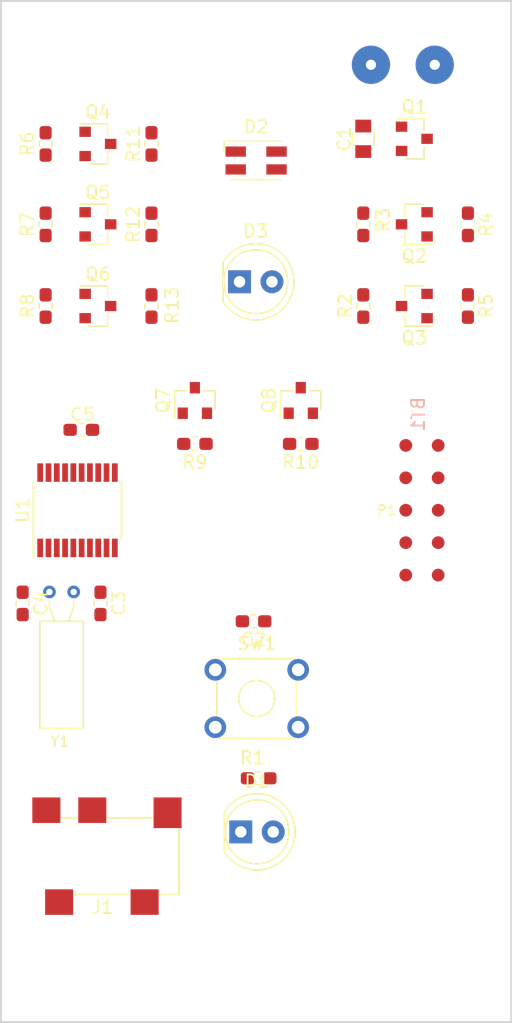
<source format=kicad_pcb>
(kicad_pcb (version 20171130) (host pcbnew 5.0.0-fee4fd1~66~ubuntu16.04.1)

  (general
    (thickness 1.6)
    (drawings 8)
    (tracks 0)
    (zones 0)
    (modules 37)
    (nets 39)
  )

  (page A4)
  (layers
    (0 F.Cu signal)
    (31 B.Cu signal)
    (32 B.Adhes user)
    (33 F.Adhes user)
    (34 B.Paste user)
    (35 F.Paste user)
    (36 B.SilkS user)
    (37 F.SilkS user)
    (38 B.Mask user)
    (39 F.Mask user)
    (40 Dwgs.User user)
    (41 Cmts.User user)
    (42 Eco1.User user)
    (43 Eco2.User user)
    (44 Edge.Cuts user)
    (45 Margin user)
    (46 B.CrtYd user)
    (47 F.CrtYd user)
    (48 B.Fab user hide)
    (49 F.Fab user hide)
  )

  (setup
    (last_trace_width 0.25)
    (trace_clearance 0.2)
    (zone_clearance 0.508)
    (zone_45_only no)
    (trace_min 0.2)
    (segment_width 0.2)
    (edge_width 0.15)
    (via_size 0.8)
    (via_drill 0.4)
    (via_min_size 0.4)
    (via_min_drill 0.3)
    (uvia_size 0.3)
    (uvia_drill 0.1)
    (uvias_allowed no)
    (uvia_min_size 0.2)
    (uvia_min_drill 0.1)
    (pcb_text_width 0.3)
    (pcb_text_size 1.5 1.5)
    (mod_edge_width 0.15)
    (mod_text_size 1 1)
    (mod_text_width 0.15)
    (pad_size 1.524 1.524)
    (pad_drill 0.762)
    (pad_to_mask_clearance 0.2)
    (aux_axis_origin 0 0)
    (visible_elements FFFFFF7F)
    (pcbplotparams
      (layerselection 0x010fc_ffffffff)
      (usegerberextensions false)
      (usegerberattributes false)
      (usegerberadvancedattributes false)
      (creategerberjobfile false)
      (excludeedgelayer true)
      (linewidth 0.100000)
      (plotframeref false)
      (viasonmask false)
      (mode 1)
      (useauxorigin false)
      (hpglpennumber 1)
      (hpglpenspeed 20)
      (hpglpendiameter 15.000000)
      (psnegative false)
      (psa4output false)
      (plotreference true)
      (plotvalue true)
      (plotinvisibletext false)
      (padsonsilk false)
      (subtractmaskfromsilk false)
      (outputformat 1)
      (mirror false)
      (drillshape 1)
      (scaleselection 1)
      (outputdirectory ""))
  )

  (net 0 "")
  (net 1 "Net-(BT1-Pad1)")
  (net 2 GND)
  (net 3 VDD)
  (net 4 /BUTTON)
  (net 5 /RCC_OSC32_IN)
  (net 6 /RCC_OSC32_OUT)
  (net 7 /LIGHT_SENSE)
  (net 8 "Net-(D2-Pad2)")
  (net 9 "Net-(D2-Pad4)")
  (net 10 "Net-(D3-Pad1)")
  (net 11 /LPUART1_RX)
  (net 12 "Net-(J1-Pad4)")
  (net 13 /LPUART1_TX)
  (net 14 "Net-(J1-Pad10)")
  (net 15 /SYS_SWDIO)
  (net 16 /SYS_SWDCLK)
  (net 17 /RESET)
  (net 18 "Net-(P1-Pad7)")
  (net 19 "Net-(P1-Pad8)")
  (net 20 "Net-(P1-Pad6)")
  (net 21 /USART2_TX)
  (net 22 "Net-(Q3-Pad3)")
  (net 23 /LEDIR_PWR1)
  (net 24 /LEDIR_PWR2)
  (net 25 /LEDIR_PWR3)
  (net 26 /LEDIR_CNTRL1)
  (net 27 /LEDIR_CNTRL2)
  (net 28 /LED_RED)
  (net 29 /LED_GREEN)
  (net 30 "Net-(SW1-Pad4)")
  (net 31 "Net-(SW1-Pad3)")
  (net 32 /R20)
  (net 33 /R12)
  (net 34 /4R7)
  (net 35 /R_CNTRL)
  (net 36 "Net-(C4-Pad1)")
  (net 37 "Net-(Q2-Pad3)")
  (net 38 "Net-(Q7-Pad2)")

  (net_class Default "This is the default net class."
    (clearance 0.2)
    (trace_width 0.25)
    (via_dia 0.8)
    (via_drill 0.4)
    (uvia_dia 0.3)
    (uvia_drill 0.1)
    (add_net /4R7)
    (add_net /BUTTON)
    (add_net /LEDIR_CNTRL1)
    (add_net /LEDIR_CNTRL2)
    (add_net /LEDIR_PWR1)
    (add_net /LEDIR_PWR2)
    (add_net /LEDIR_PWR3)
    (add_net /LED_GREEN)
    (add_net /LED_RED)
    (add_net /LIGHT_SENSE)
    (add_net /LPUART1_RX)
    (add_net /LPUART1_TX)
    (add_net /R12)
    (add_net /R20)
    (add_net /RCC_OSC32_IN)
    (add_net /RCC_OSC32_OUT)
    (add_net /RESET)
    (add_net /R_CNTRL)
    (add_net /SYS_SWDCLK)
    (add_net /SYS_SWDIO)
    (add_net /USART2_TX)
    (add_net GND)
    (add_net "Net-(BT1-Pad1)")
    (add_net "Net-(C4-Pad1)")
    (add_net "Net-(D2-Pad2)")
    (add_net "Net-(D2-Pad4)")
    (add_net "Net-(D3-Pad1)")
    (add_net "Net-(J1-Pad10)")
    (add_net "Net-(J1-Pad4)")
    (add_net "Net-(P1-Pad6)")
    (add_net "Net-(P1-Pad7)")
    (add_net "Net-(P1-Pad8)")
    (add_net "Net-(Q2-Pad3)")
    (add_net "Net-(Q3-Pad3)")
    (add_net "Net-(Q7-Pad2)")
    (add_net "Net-(SW1-Pad3)")
    (add_net "Net-(SW1-Pad4)")
    (add_net VDD)
  )

  (module senseBeTx_rev1_fp:BT_Symbol locked (layer B.Cu) (tedit 5BAB27F4) (tstamp 5BCC6989)
    (at 33 157 90)
    (path /5BB20932)
    (fp_text reference BT1 (at 7.62 12.7 90) (layer B.SilkS)
      (effects (font (size 1 1) (thickness 0.15)) (justify mirror))
    )
    (fp_text value Battery (at 0 12.7 90) (layer B.Fab)
      (effects (font (size 1 1) (thickness 0.15)) (justify mirror))
    )
    (fp_circle (center 0 0) (end 1.4 0) (layer B.Fab) (width 0.15))
    (fp_line (start -29.21 16.51) (end -29.21 -16.51) (layer B.Fab) (width 0.15))
    (fp_line (start -29.21 -16.51) (end 29.21 -16.51) (layer B.Fab) (width 0.15))
    (fp_line (start 29.21 -16.51) (end 29.21 16.51) (layer B.Fab) (width 0.15))
    (fp_line (start 29.21 16.51) (end -29.21 16.51) (layer B.Fab) (width 0.15))
    (fp_line (start -29.21 16.51) (end -29.21 -16.51) (layer B.CrtYd) (width 0.15))
    (fp_line (start -29.21 -16.51) (end 29.21 -16.51) (layer B.CrtYd) (width 0.15))
    (fp_line (start 29.21 -16.51) (end 29.21 16.51) (layer B.CrtYd) (width 0.15))
    (fp_line (start 29.21 16.51) (end -29.21 16.51) (layer B.CrtYd) (width 0.15))
    (pad "" np_thru_hole circle (at 0 0 90) (size 1.4 1.4) (drill 1.4) (layers *.Cu *.Mask))
    (pad 1 thru_hole circle (at 35 14 90) (size 3 3) (drill 0.8) (layers *.Cu *.Mask)
      (net 1 "Net-(BT1-Pad1)"))
    (pad 2 thru_hole circle (at 35 9 90) (size 3 3) (drill 0.8) (layers *.Cu *.Mask)
      (net 2 GND))
  )

  (module senseBeTx_rev1_fp:C_0805 (layer F.Cu) (tedit 58AA8463) (tstamp 5BCC699A)
    (at 41.4 127.8 90)
    (descr "Capacitor SMD 0805, reflow soldering, AVX (see smccp.pdf)")
    (tags "capacitor 0805")
    (path /5BB20A1D)
    (attr smd)
    (fp_text reference C1 (at 0 -1.5 90) (layer F.SilkS)
      (effects (font (size 1 1) (thickness 0.15)))
    )
    (fp_text value 10uF (at 0 1.75 90) (layer F.Fab)
      (effects (font (size 1 1) (thickness 0.15)))
    )
    (fp_text user %R (at 0 -1.5 90) (layer F.Fab)
      (effects (font (size 1 1) (thickness 0.15)))
    )
    (fp_line (start -1 0.62) (end -1 -0.62) (layer F.Fab) (width 0.1))
    (fp_line (start 1 0.62) (end -1 0.62) (layer F.Fab) (width 0.1))
    (fp_line (start 1 -0.62) (end 1 0.62) (layer F.Fab) (width 0.1))
    (fp_line (start -1 -0.62) (end 1 -0.62) (layer F.Fab) (width 0.1))
    (fp_line (start 0.5 -0.85) (end -0.5 -0.85) (layer F.SilkS) (width 0.12))
    (fp_line (start -0.5 0.85) (end 0.5 0.85) (layer F.SilkS) (width 0.12))
    (fp_line (start -1.75 -0.88) (end 1.75 -0.88) (layer F.CrtYd) (width 0.05))
    (fp_line (start -1.75 -0.88) (end -1.75 0.87) (layer F.CrtYd) (width 0.05))
    (fp_line (start 1.75 0.87) (end 1.75 -0.88) (layer F.CrtYd) (width 0.05))
    (fp_line (start 1.75 0.87) (end -1.75 0.87) (layer F.CrtYd) (width 0.05))
    (pad 1 smd rect (at -1 0 90) (size 1 1.25) (layers F.Cu F.Paste F.Mask)
      (net 3 VDD))
    (pad 2 smd rect (at 1 0 90) (size 1 1.25) (layers F.Cu F.Paste F.Mask)
      (net 2 GND))
    (model Capacitors_SMD.3dshapes/C_0805.wrl
      (at (xyz 0 0 0))
      (scale (xyz 1 1 1))
      (rotate (xyz 0 0 0))
    )
  )

  (module Capacitor_SMD:C_0603_1608Metric_Pad1.05x0.95mm_HandSolder (layer F.Cu) (tedit 5B301BBE) (tstamp 5BCC69AB)
    (at 32.8 165.6 180)
    (descr "Capacitor SMD 0603 (1608 Metric), square (rectangular) end terminal, IPC_7351 nominal with elongated pad for handsoldering. (Body size source: http://www.tortai-tech.com/upload/download/2011102023233369053.pdf), generated with kicad-footprint-generator")
    (tags "capacitor handsolder")
    (path /5BBF6E2B)
    (attr smd)
    (fp_text reference C2 (at 0 -1.43 180) (layer F.SilkS)
      (effects (font (size 1 1) (thickness 0.15)))
    )
    (fp_text value 100nF (at 0 1.43 180) (layer F.Fab)
      (effects (font (size 1 1) (thickness 0.15)))
    )
    (fp_line (start -0.8 0.4) (end -0.8 -0.4) (layer F.Fab) (width 0.1))
    (fp_line (start -0.8 -0.4) (end 0.8 -0.4) (layer F.Fab) (width 0.1))
    (fp_line (start 0.8 -0.4) (end 0.8 0.4) (layer F.Fab) (width 0.1))
    (fp_line (start 0.8 0.4) (end -0.8 0.4) (layer F.Fab) (width 0.1))
    (fp_line (start -0.171267 -0.51) (end 0.171267 -0.51) (layer F.SilkS) (width 0.12))
    (fp_line (start -0.171267 0.51) (end 0.171267 0.51) (layer F.SilkS) (width 0.12))
    (fp_line (start -1.65 0.73) (end -1.65 -0.73) (layer F.CrtYd) (width 0.05))
    (fp_line (start -1.65 -0.73) (end 1.65 -0.73) (layer F.CrtYd) (width 0.05))
    (fp_line (start 1.65 -0.73) (end 1.65 0.73) (layer F.CrtYd) (width 0.05))
    (fp_line (start 1.65 0.73) (end -1.65 0.73) (layer F.CrtYd) (width 0.05))
    (fp_text user %R (at 0 0 180) (layer F.Fab)
      (effects (font (size 0.4 0.4) (thickness 0.06)))
    )
    (pad 1 smd roundrect (at -0.875 0 180) (size 1.05 0.95) (layers F.Cu F.Paste F.Mask) (roundrect_rratio 0.25)
      (net 4 /BUTTON))
    (pad 2 smd roundrect (at 0.875 0 180) (size 1.05 0.95) (layers F.Cu F.Paste F.Mask) (roundrect_rratio 0.25)
      (net 2 GND))
    (model ${KISYS3DMOD}/Capacitor_SMD.3dshapes/C_0603_1608Metric.wrl
      (at (xyz 0 0 0))
      (scale (xyz 1 1 1))
      (rotate (xyz 0 0 0))
    )
  )

  (module Capacitor_SMD:C_0603_1608Metric_Pad1.05x0.95mm_HandSolder (layer F.Cu) (tedit 5B301BBE) (tstamp 5BCC69BC)
    (at 20.8 164.2 270)
    (descr "Capacitor SMD 0603 (1608 Metric), square (rectangular) end terminal, IPC_7351 nominal with elongated pad for handsoldering. (Body size source: http://www.tortai-tech.com/upload/download/2011102023233369053.pdf), generated with kicad-footprint-generator")
    (tags "capacitor handsolder")
    (path /5BB5C810)
    (attr smd)
    (fp_text reference C3 (at 0 -1.43 270) (layer F.SilkS)
      (effects (font (size 1 1) (thickness 0.15)))
    )
    (fp_text value 8pF (at 0 1.43 270) (layer F.Fab)
      (effects (font (size 1 1) (thickness 0.15)))
    )
    (fp_line (start -0.8 0.4) (end -0.8 -0.4) (layer F.Fab) (width 0.1))
    (fp_line (start -0.8 -0.4) (end 0.8 -0.4) (layer F.Fab) (width 0.1))
    (fp_line (start 0.8 -0.4) (end 0.8 0.4) (layer F.Fab) (width 0.1))
    (fp_line (start 0.8 0.4) (end -0.8 0.4) (layer F.Fab) (width 0.1))
    (fp_line (start -0.171267 -0.51) (end 0.171267 -0.51) (layer F.SilkS) (width 0.12))
    (fp_line (start -0.171267 0.51) (end 0.171267 0.51) (layer F.SilkS) (width 0.12))
    (fp_line (start -1.65 0.73) (end -1.65 -0.73) (layer F.CrtYd) (width 0.05))
    (fp_line (start -1.65 -0.73) (end 1.65 -0.73) (layer F.CrtYd) (width 0.05))
    (fp_line (start 1.65 -0.73) (end 1.65 0.73) (layer F.CrtYd) (width 0.05))
    (fp_line (start 1.65 0.73) (end -1.65 0.73) (layer F.CrtYd) (width 0.05))
    (fp_text user %R (at 0 0 270) (layer F.Fab)
      (effects (font (size 0.4 0.4) (thickness 0.06)))
    )
    (pad 1 smd roundrect (at -0.875 0 270) (size 1.05 0.95) (layers F.Cu F.Paste F.Mask) (roundrect_rratio 0.25)
      (net 6 /RCC_OSC32_OUT))
    (pad 2 smd roundrect (at 0.875 0 270) (size 1.05 0.95) (layers F.Cu F.Paste F.Mask) (roundrect_rratio 0.25)
      (net 2 GND))
    (model ${KISYS3DMOD}/Capacitor_SMD.3dshapes/C_0603_1608Metric.wrl
      (at (xyz 0 0 0))
      (scale (xyz 1 1 1))
      (rotate (xyz 0 0 0))
    )
  )

  (module Capacitor_SMD:C_0603_1608Metric_Pad1.05x0.95mm_HandSolder (layer F.Cu) (tedit 5B301BBE) (tstamp 5BCC69CD)
    (at 14.7 164.2 270)
    (descr "Capacitor SMD 0603 (1608 Metric), square (rectangular) end terminal, IPC_7351 nominal with elongated pad for handsoldering. (Body size source: http://www.tortai-tech.com/upload/download/2011102023233369053.pdf), generated with kicad-footprint-generator")
    (tags "capacitor handsolder")
    (path /5BB5CB21)
    (attr smd)
    (fp_text reference C4 (at 0 -1.43 270) (layer F.SilkS)
      (effects (font (size 1 1) (thickness 0.15)))
    )
    (fp_text value 8pF (at 0 1.43 270) (layer F.Fab)
      (effects (font (size 1 1) (thickness 0.15)))
    )
    (fp_text user %R (at 0 0 270) (layer F.Fab)
      (effects (font (size 0.4 0.4) (thickness 0.06)))
    )
    (fp_line (start 1.65 0.73) (end -1.65 0.73) (layer F.CrtYd) (width 0.05))
    (fp_line (start 1.65 -0.73) (end 1.65 0.73) (layer F.CrtYd) (width 0.05))
    (fp_line (start -1.65 -0.73) (end 1.65 -0.73) (layer F.CrtYd) (width 0.05))
    (fp_line (start -1.65 0.73) (end -1.65 -0.73) (layer F.CrtYd) (width 0.05))
    (fp_line (start -0.171267 0.51) (end 0.171267 0.51) (layer F.SilkS) (width 0.12))
    (fp_line (start -0.171267 -0.51) (end 0.171267 -0.51) (layer F.SilkS) (width 0.12))
    (fp_line (start 0.8 0.4) (end -0.8 0.4) (layer F.Fab) (width 0.1))
    (fp_line (start 0.8 -0.4) (end 0.8 0.4) (layer F.Fab) (width 0.1))
    (fp_line (start -0.8 -0.4) (end 0.8 -0.4) (layer F.Fab) (width 0.1))
    (fp_line (start -0.8 0.4) (end -0.8 -0.4) (layer F.Fab) (width 0.1))
    (pad 2 smd roundrect (at 0.875 0 270) (size 1.05 0.95) (layers F.Cu F.Paste F.Mask) (roundrect_rratio 0.25)
      (net 2 GND))
    (pad 1 smd roundrect (at -0.875 0 270) (size 1.05 0.95) (layers F.Cu F.Paste F.Mask) (roundrect_rratio 0.25)
      (net 36 "Net-(C4-Pad1)"))
    (model ${KISYS3DMOD}/Capacitor_SMD.3dshapes/C_0603_1608Metric.wrl
      (at (xyz 0 0 0))
      (scale (xyz 1 1 1))
      (rotate (xyz 0 0 0))
    )
  )

  (module LED_THT:LED_D5.0mm (layer F.Cu) (tedit 5995936A) (tstamp 5BCC69DF)
    (at 31.8 182.1)
    (descr "LED, diameter 5.0mm, 2 pins, http://cdn-reichelt.de/documents/datenblatt/A500/LL-504BC2E-009.pdf")
    (tags "LED diameter 5.0mm 2 pins")
    (path /5BB20E44)
    (fp_text reference D1 (at 1.27 -3.96) (layer F.SilkS)
      (effects (font (size 1 1) (thickness 0.15)))
    )
    (fp_text value D_Photo (at 1.27 3.96) (layer F.Fab)
      (effects (font (size 1 1) (thickness 0.15)))
    )
    (fp_arc (start 1.27 0) (end -1.23 -1.469694) (angle 299.1) (layer F.Fab) (width 0.1))
    (fp_arc (start 1.27 0) (end -1.29 -1.54483) (angle 148.9) (layer F.SilkS) (width 0.12))
    (fp_arc (start 1.27 0) (end -1.29 1.54483) (angle -148.9) (layer F.SilkS) (width 0.12))
    (fp_circle (center 1.27 0) (end 3.77 0) (layer F.Fab) (width 0.1))
    (fp_circle (center 1.27 0) (end 3.77 0) (layer F.SilkS) (width 0.12))
    (fp_line (start -1.23 -1.469694) (end -1.23 1.469694) (layer F.Fab) (width 0.1))
    (fp_line (start -1.29 -1.545) (end -1.29 1.545) (layer F.SilkS) (width 0.12))
    (fp_line (start -1.95 -3.25) (end -1.95 3.25) (layer F.CrtYd) (width 0.05))
    (fp_line (start -1.95 3.25) (end 4.5 3.25) (layer F.CrtYd) (width 0.05))
    (fp_line (start 4.5 3.25) (end 4.5 -3.25) (layer F.CrtYd) (width 0.05))
    (fp_line (start 4.5 -3.25) (end -1.95 -3.25) (layer F.CrtYd) (width 0.05))
    (fp_text user %R (at 1.25 0) (layer F.Fab)
      (effects (font (size 0.8 0.8) (thickness 0.2)))
    )
    (pad 1 thru_hole rect (at 0 0) (size 1.8 1.8) (drill 0.9) (layers *.Cu *.Mask)
      (net 7 /LIGHT_SENSE))
    (pad 2 thru_hole circle (at 2.54 0) (size 1.8 1.8) (drill 0.9) (layers *.Cu *.Mask)
      (net 2 GND))
    (model ${KISYS3DMOD}/LED_THT.3dshapes/LED_D5.0mm.wrl
      (at (xyz 0 0 0))
      (scale (xyz 1 1 1))
      (rotate (xyz 0 0 0))
    )
  )

  (module senseBeTx_rev1_fp:LED_APBD3224SURKCGKC-F01 (layer F.Cu) (tedit 5BAA0445) (tstamp 5BCC69F5)
    (at 33 129.5)
    (descr https://docs.broadcom.com/docs/AV02-4186EN)
    (tags "LED Avago PLCC-4 ASMB-MTB0-0A3A2")
    (path /5BB2119E)
    (attr smd)
    (fp_text reference D2 (at 0 -2.65) (layer F.SilkS)
      (effects (font (size 1 1) (thickness 0.15)))
    )
    (fp_text value APBD3224SURKCGKC-F01 (at 0 2.65) (layer F.Fab)
      (effects (font (size 1 1) (thickness 0.15)))
    )
    (fp_text user %R (at -3.7 0.2) (layer F.Fab)
      (effects (font (size 0.5 0.5) (thickness 0.075)))
    )
    (fp_line (start -0.6 -1.4) (end -1.6 -0.4) (layer F.Fab) (width 0.1))
    (fp_line (start -1.6 -1.4) (end -1.6 1.4) (layer F.Fab) (width 0.1))
    (fp_line (start -1.6 1.4) (end 1.6 1.4) (layer F.Fab) (width 0.1))
    (fp_line (start 1.6 1.4) (end 1.6 -1.4) (layer F.Fab) (width 0.1))
    (fp_line (start 1.6 -1.4) (end -1.6 -1.4) (layer F.Fab) (width 0.1))
    (fp_line (start -2.5 -0.7) (end -2.5 -1.5) (layer F.SilkS) (width 0.12))
    (fp_line (start -2.500044 -1.5) (end 1.95 -1.5) (layer F.SilkS) (width 0.12))
    (fp_line (start -1.95 1.5) (end 1.95 1.5) (layer F.SilkS) (width 0.12))
    (fp_line (start -2.5 -1.65) (end 2.5 -1.65) (layer F.CrtYd) (width 0.05))
    (fp_line (start -2.5 -1.65) (end -2.5 1.65) (layer F.CrtYd) (width 0.05))
    (fp_line (start 2.5 1.65) (end 2.5 -1.65) (layer F.CrtYd) (width 0.05))
    (fp_line (start 2.5 1.65) (end -2.5 1.65) (layer F.CrtYd) (width 0.05))
    (fp_circle (center 0 0) (end 1.12 0) (layer F.Fab) (width 0.1))
    (pad 2 smd rect (at -1.6 -0.7) (size 1.6 0.8) (layers F.Cu F.Paste F.Mask)
      (net 8 "Net-(D2-Pad2)"))
    (pad 1 smd rect (at 1.6 -0.7) (size 1.6 0.8) (layers F.Cu F.Paste F.Mask)
      (net 3 VDD))
    (pad 3 smd rect (at 1.6 0.7) (size 1.6 0.8) (layers F.Cu F.Paste F.Mask)
      (net 3 VDD))
    (pad 4 smd rect (at -1.6 0.7) (size 1.6 0.8) (layers F.Cu F.Paste F.Mask)
      (net 9 "Net-(D2-Pad4)"))
    (model ${KISYS3DMOD}/LED_SMD.3dshapes/LED_Avago_PLCC4_3.2x2.8mm_CW.wrl
      (at (xyz 0 0 0))
      (scale (xyz 1 1 1))
      (rotate (xyz 0 0 0))
    )
  )

  (module LED_THT:LED_D5.0mm_IRGrey (layer F.Cu) (tedit 5A6C9BB8) (tstamp 5BCC6A07)
    (at 31.7 139)
    (descr "LED, diameter 5.0mm, 2 pins, http://cdn-reichelt.de/documents/datenblatt/A500/LL-504BC2E-009.pdf")
    (tags "LED diameter 5.0mm 2 pins")
    (path /5BB21C37)
    (fp_text reference D3 (at 1.27 -3.96) (layer F.SilkS)
      (effects (font (size 1 1) (thickness 0.15)))
    )
    (fp_text value SFH4546 (at 1.27 3.96) (layer F.Fab)
      (effects (font (size 1 1) (thickness 0.15)))
    )
    (fp_text user %R (at 1.25 0) (layer F.Fab)
      (effects (font (size 0.8 0.8) (thickness 0.2)))
    )
    (fp_line (start -1.23 -1.469694) (end -1.23 1.469694) (layer F.Fab) (width 0.1))
    (fp_line (start -1.29 -1.545) (end -1.29 1.545) (layer F.SilkS) (width 0.12))
    (fp_line (start -1.95 -3.25) (end -1.95 3.25) (layer F.CrtYd) (width 0.05))
    (fp_line (start -1.95 3.25) (end 4.5 3.25) (layer F.CrtYd) (width 0.05))
    (fp_line (start 4.5 3.25) (end 4.5 -3.25) (layer F.CrtYd) (width 0.05))
    (fp_line (start 4.5 -3.25) (end -1.95 -3.25) (layer F.CrtYd) (width 0.05))
    (fp_circle (center 1.27 0) (end 3.77 0) (layer F.Fab) (width 0.1))
    (fp_circle (center 1.27 0) (end 3.77 0) (layer F.SilkS) (width 0.12))
    (fp_arc (start 1.27 0) (end -1.23 -1.469694) (angle 299.1) (layer F.Fab) (width 0.1))
    (fp_arc (start 1.27 0) (end -1.29 -1.54483) (angle 148.9) (layer F.SilkS) (width 0.12))
    (fp_arc (start 1.27 0) (end -1.29 1.54483) (angle -148.9) (layer F.SilkS) (width 0.12))
    (pad 1 thru_hole rect (at 0 0) (size 1.8 1.8) (drill 0.9) (layers *.Cu *.Mask)
      (net 10 "Net-(D3-Pad1)"))
    (pad 2 thru_hole circle (at 2.54 0) (size 1.8 1.8) (drill 0.9) (layers *.Cu *.Mask)
      (net 3 VDD))
    (model ${KISYS3DMOD}/LED_THT.3dshapes/LED_D5.0mm_IRGrey.wrl
      (at (xyz 0 0 0))
      (scale (xyz 1 1 1))
      (rotate (xyz 0 0 0))
    )
  )

  (module senseBeTx_rev1_fp:SJ2-35863B1-SMT (layer F.Cu) (tedit 59F8918A) (tstamp 5BCC6A17)
    (at 14.96 184)
    (path /5BB20D41)
    (fp_text reference J1 (at 6 4) (layer F.SilkS)
      (effects (font (size 1 1) (thickness 0.15)))
    )
    (fp_text value Audio-Jack-4_1Switches (at 0 -3.2) (layer F.Fab)
      (effects (font (size 1 1) (thickness 0.15)))
    )
    (fp_line (start 2.8 -3) (end 4 -3) (layer F.SilkS) (width 0.15))
    (fp_line (start 6.4 -3) (end 9.9 -3) (layer F.SilkS) (width 0.15))
    (fp_line (start 3.8 3) (end 8.1 3) (layer F.SilkS) (width 0.15))
    (fp_line (start 12 3) (end 12 -2.1) (layer F.SilkS) (width 0.15))
    (fp_line (start 10.5 3) (end 12 3) (layer F.SilkS) (width 0.15))
    (pad 1 smd rect (at 2.6 3.6) (size 2.2 2) (layers F.Cu F.Paste F.Mask)
      (net 2 GND))
    (pad 2 smd rect (at 9.3 3.6) (size 2.2 2) (layers F.Cu F.Paste F.Mask)
      (net 11 /LPUART1_RX))
    (pad 4 smd rect (at 1.6 -3.6) (size 2.2 2) (layers F.Cu F.Paste F.Mask)
      (net 12 "Net-(J1-Pad4)"))
    (pad 3 smd rect (at 5.2 -3.6) (size 2.2 2) (layers F.Cu F.Paste F.Mask)
      (net 13 /LPUART1_TX))
    (pad 10 smd rect (at 11.1 -3.4) (size 2.2 2.4) (layers F.Cu F.Paste F.Mask)
      (net 14 "Net-(J1-Pad10)"))
    (pad "" np_thru_hole circle (at 9 0) (size 1.1 1.1) (drill 1.1) (layers *.Cu *.Mask))
    (pad "" np_thru_hole circle (at 3 0) (size 1.1 1.1) (drill 1.1) (layers *.Cu *.Mask))
    (model sj2-35894b-smt-tr.wrl
      (at (xyz 0 0 0))
      (scale (xyz 1 1 1))
      (rotate (xyz 0 0 0))
    )
  )

  (module senseBeTx_rev1_fp:MountingHole_3.2mm_M3 (layer F.Cu) (tedit 5BB4C6C6) (tstamp 5BCC6A1F)
    (at 33 192)
    (descr "Mounting Hole 3.2mm, no annular, M3")
    (tags "mounting hole 3.2mm no annular m3")
    (path /5BB5BE10)
    (attr virtual)
    (fp_text reference "" (at 0 -4.2) (layer F.SilkS)
      (effects (font (size 1 1) (thickness 0.15)))
    )
    (fp_text value Mounting_Hole (at -1.5 4.5) (layer F.Fab)
      (effects (font (size 1 1) (thickness 0.15)))
    )
    (fp_text user %R (at 0.3 0) (layer F.Fab)
      (effects (font (size 1 1) (thickness 0.15)))
    )
    (fp_circle (center 0 0) (end 3.2 0) (layer Cmts.User) (width 0.15))
    (fp_circle (center 0 0) (end 3.45 0) (layer F.CrtYd) (width 0.05))
    (pad 1 np_thru_hole circle (at 0 0) (size 3.2 3.2) (drill 3.2) (layers *.Cu *.Mask))
  )

  (module senseBeTx_rev1_fp:MountingHole_3.2mm_M3 (layer F.Cu) (tedit 5BB4C6C0) (tstamp 5BCC6A27)
    (at 33 122)
    (descr "Mounting Hole 3.2mm, no annular, M3")
    (tags "mounting hole 3.2mm no annular m3")
    (path /5BB213C3)
    (attr virtual)
    (fp_text reference "" (at 0 -4.2) (layer F.SilkS)
      (effects (font (size 1 1) (thickness 0.15)))
    )
    (fp_text value Mounting_Hole (at -1.5 4.5) (layer F.Fab)
      (effects (font (size 1 1) (thickness 0.15)))
    )
    (fp_circle (center 0 0) (end 3.45 0) (layer F.CrtYd) (width 0.05))
    (fp_circle (center 0 0) (end 3.2 0) (layer Cmts.User) (width 0.15))
    (fp_text user %R (at 0.3 0) (layer F.Fab)
      (effects (font (size 1 1) (thickness 0.15)))
    )
    (pad 1 np_thru_hole circle (at 0 0) (size 3.2 3.2) (drill 3.2) (layers *.Cu *.Mask))
  )

  (module senseBeTx_rev1_fp:prog_connect (layer F.Cu) (tedit 5BAB6F28) (tstamp 5BCC7F73)
    (at 46 156.9 270)
    (descr "Tag-Connect programming header; http://www.tag-connect.com/Materials/TC2050-IDC-NL%20Datasheet.pdf")
    (tags "tag connect programming header pogo pins")
    (path /5BB20B0C)
    (attr virtual)
    (fp_text reference P1 (at 0 2.770002) (layer F.SilkS)
      (effects (font (size 0.762 0.762) (thickness 0.127)))
    )
    (fp_text value CONN_02X05 (at 0 -2.4 270) (layer F.Fab)
      (effects (font (size 0.762 0.762) (thickness 0.127)))
    )
    (fp_line (start -4.75 2) (end -4.75 -2) (layer F.CrtYd) (width 0.05))
    (fp_line (start 4.75 2) (end -4.75 2) (layer F.CrtYd) (width 0.05))
    (fp_line (start 4.75 -2) (end 4.75 2) (layer F.CrtYd) (width 0.05))
    (fp_line (start -4.75 -2) (end 4.75 -2) (layer F.CrtYd) (width 0.05))
    (fp_text user %R (at 0 0 270) (layer F.Fab)
      (effects (font (size 1 1) (thickness 0.15)))
    )
    (pad "" np_thru_hole circle (at 7.62 1.27 270) (size 1 1) (drill 1) (layers *.Cu *.Mask))
    (pad "" np_thru_hole circle (at -7.62 -1.27 270) (size 1 1) (drill 1) (layers *.Cu *.Mask))
    (pad 1 connect circle (at -5.08 1.27 270) (size 1 1) (layers F.Cu F.Mask)
      (net 15 /SYS_SWDIO))
    (pad 3 connect circle (at -2.54 1.27 270) (size 1 1) (layers F.Cu F.Mask)
      (net 16 /SYS_SWDCLK))
    (pad 5 connect circle (at 0 1.27 270) (size 1 1) (layers F.Cu F.Mask)
      (net 17 /RESET))
    (pad 7 connect circle (at 2.54 1.27 270) (size 1 1) (layers F.Cu F.Mask)
      (net 18 "Net-(P1-Pad7)"))
    (pad 9 connect circle (at 5.08 1.27 270) (size 1 1) (layers F.Cu F.Mask)
      (net 2 GND))
    (pad 10 connect circle (at 5.08 -1.27 270) (size 1 1) (layers F.Cu F.Mask)
      (net 2 GND))
    (pad 8 connect circle (at 2.54 -1.27 270) (size 1 1) (layers F.Cu F.Mask)
      (net 19 "Net-(P1-Pad8)"))
    (pad 6 connect circle (at 0 -1.27 270) (size 1 1) (layers F.Cu F.Mask)
      (net 20 "Net-(P1-Pad6)"))
    (pad 4 connect circle (at -2.54 -1.27 270) (size 1 1) (layers F.Cu F.Mask)
      (net 3 VDD))
    (pad 2 connect circle (at -5.08 -1.27 270) (size 1 1) (layers F.Cu F.Mask)
      (net 21 /USART2_TX))
    (pad "" np_thru_hole circle (at -7.62 1.27 270) (size 1 1) (drill 1) (layers *.Cu *.Mask))
  )

  (module senseBeTx_rev1_fp:SOT-23 (layer F.Cu) (tedit 58CE4E7E) (tstamp 5BCC6A52)
    (at 45.4 127.8)
    (descr "SOT-23, Standard")
    (tags SOT-23)
    (path /5BB215F4)
    (attr smd)
    (fp_text reference Q1 (at 0 -2.5) (layer F.SilkS)
      (effects (font (size 1 1) (thickness 0.15)))
    )
    (fp_text value TSM2301 (at 0 2.5) (layer F.Fab)
      (effects (font (size 1 1) (thickness 0.15)))
    )
    (fp_line (start 0.76 1.58) (end -0.7 1.58) (layer F.SilkS) (width 0.12))
    (fp_line (start 0.76 -1.58) (end -1.4 -1.58) (layer F.SilkS) (width 0.12))
    (fp_line (start -1.7 1.75) (end -1.7 -1.75) (layer F.CrtYd) (width 0.05))
    (fp_line (start 1.7 1.75) (end -1.7 1.75) (layer F.CrtYd) (width 0.05))
    (fp_line (start 1.7 -1.75) (end 1.7 1.75) (layer F.CrtYd) (width 0.05))
    (fp_line (start -1.7 -1.75) (end 1.7 -1.75) (layer F.CrtYd) (width 0.05))
    (fp_line (start 0.76 -1.58) (end 0.76 -0.65) (layer F.SilkS) (width 0.12))
    (fp_line (start 0.76 1.58) (end 0.76 0.65) (layer F.SilkS) (width 0.12))
    (fp_line (start -0.7 1.52) (end 0.7 1.52) (layer F.Fab) (width 0.1))
    (fp_line (start 0.7 -1.52) (end 0.7 1.52) (layer F.Fab) (width 0.1))
    (fp_line (start -0.7 -0.95) (end -0.15 -1.52) (layer F.Fab) (width 0.1))
    (fp_line (start -0.15 -1.52) (end 0.7 -1.52) (layer F.Fab) (width 0.1))
    (fp_line (start -0.7 -0.95) (end -0.7 1.5) (layer F.Fab) (width 0.1))
    (fp_text user %R (at 0 0 90) (layer F.Fab)
      (effects (font (size 0.5 0.5) (thickness 0.075)))
    )
    (pad 3 smd rect (at 1 0) (size 0.9 0.8) (layers F.Cu F.Paste F.Mask)
      (net 1 "Net-(BT1-Pad1)"))
    (pad 2 smd rect (at -1 0.95) (size 0.9 0.8) (layers F.Cu F.Paste F.Mask)
      (net 3 VDD))
    (pad 1 smd rect (at -1 -0.95) (size 0.9 0.8) (layers F.Cu F.Paste F.Mask)
      (net 2 GND))
    (model ${KISYS3DMOD}/TO_SOT_Packages_SMD.3dshapes/SOT-23.wrl
      (at (xyz 0 0 0))
      (scale (xyz 1 1 1))
      (rotate (xyz 0 0 0))
    )
  )

  (module senseBeTx_rev1_fp:SOT-23 (layer F.Cu) (tedit 58CE4E7E) (tstamp 5BCC6A67)
    (at 45.4 134.5 180)
    (descr "SOT-23, Standard")
    (tags SOT-23)
    (path /5BB46834)
    (attr smd)
    (fp_text reference Q2 (at 0 -2.5 180) (layer F.SilkS)
      (effects (font (size 1 1) (thickness 0.15)))
    )
    (fp_text value Q_NMOS_DGS (at 0 2.5 180) (layer F.Fab)
      (effects (font (size 1 1) (thickness 0.15)))
    )
    (fp_text user %R (at 0 0 270) (layer F.Fab)
      (effects (font (size 0.5 0.5) (thickness 0.075)))
    )
    (fp_line (start -0.7 -0.95) (end -0.7 1.5) (layer F.Fab) (width 0.1))
    (fp_line (start -0.15 -1.52) (end 0.7 -1.52) (layer F.Fab) (width 0.1))
    (fp_line (start -0.7 -0.95) (end -0.15 -1.52) (layer F.Fab) (width 0.1))
    (fp_line (start 0.7 -1.52) (end 0.7 1.52) (layer F.Fab) (width 0.1))
    (fp_line (start -0.7 1.52) (end 0.7 1.52) (layer F.Fab) (width 0.1))
    (fp_line (start 0.76 1.58) (end 0.76 0.65) (layer F.SilkS) (width 0.12))
    (fp_line (start 0.76 -1.58) (end 0.76 -0.65) (layer F.SilkS) (width 0.12))
    (fp_line (start -1.7 -1.75) (end 1.7 -1.75) (layer F.CrtYd) (width 0.05))
    (fp_line (start 1.7 -1.75) (end 1.7 1.75) (layer F.CrtYd) (width 0.05))
    (fp_line (start 1.7 1.75) (end -1.7 1.75) (layer F.CrtYd) (width 0.05))
    (fp_line (start -1.7 1.75) (end -1.7 -1.75) (layer F.CrtYd) (width 0.05))
    (fp_line (start 0.76 -1.58) (end -1.4 -1.58) (layer F.SilkS) (width 0.12))
    (fp_line (start 0.76 1.58) (end -0.7 1.58) (layer F.SilkS) (width 0.12))
    (pad 1 smd rect (at -1 -0.95 180) (size 0.9 0.8) (layers F.Cu F.Paste F.Mask)
      (net 29 /LED_GREEN))
    (pad 2 smd rect (at -1 0.95 180) (size 0.9 0.8) (layers F.Cu F.Paste F.Mask)
      (net 2 GND))
    (pad 3 smd rect (at 1 0 180) (size 0.9 0.8) (layers F.Cu F.Paste F.Mask)
      (net 37 "Net-(Q2-Pad3)"))
    (model ${KISYS3DMOD}/TO_SOT_Packages_SMD.3dshapes/SOT-23.wrl
      (at (xyz 0 0 0))
      (scale (xyz 1 1 1))
      (rotate (xyz 0 0 0))
    )
  )

  (module senseBeTx_rev1_fp:SOT-23 (layer F.Cu) (tedit 58CE4E7E) (tstamp 5BCC6A7C)
    (at 45.4 140.9 180)
    (descr "SOT-23, Standard")
    (tags SOT-23)
    (path /5BB4CABE)
    (attr smd)
    (fp_text reference Q3 (at 0 -2.5 180) (layer F.SilkS)
      (effects (font (size 1 1) (thickness 0.15)))
    )
    (fp_text value Q_NMOS_DGS (at 0 2.5 180) (layer F.Fab)
      (effects (font (size 1 1) (thickness 0.15)))
    )
    (fp_line (start 0.76 1.58) (end -0.7 1.58) (layer F.SilkS) (width 0.12))
    (fp_line (start 0.76 -1.58) (end -1.4 -1.58) (layer F.SilkS) (width 0.12))
    (fp_line (start -1.7 1.75) (end -1.7 -1.75) (layer F.CrtYd) (width 0.05))
    (fp_line (start 1.7 1.75) (end -1.7 1.75) (layer F.CrtYd) (width 0.05))
    (fp_line (start 1.7 -1.75) (end 1.7 1.75) (layer F.CrtYd) (width 0.05))
    (fp_line (start -1.7 -1.75) (end 1.7 -1.75) (layer F.CrtYd) (width 0.05))
    (fp_line (start 0.76 -1.58) (end 0.76 -0.65) (layer F.SilkS) (width 0.12))
    (fp_line (start 0.76 1.58) (end 0.76 0.65) (layer F.SilkS) (width 0.12))
    (fp_line (start -0.7 1.52) (end 0.7 1.52) (layer F.Fab) (width 0.1))
    (fp_line (start 0.7 -1.52) (end 0.7 1.52) (layer F.Fab) (width 0.1))
    (fp_line (start -0.7 -0.95) (end -0.15 -1.52) (layer F.Fab) (width 0.1))
    (fp_line (start -0.15 -1.52) (end 0.7 -1.52) (layer F.Fab) (width 0.1))
    (fp_line (start -0.7 -0.95) (end -0.7 1.5) (layer F.Fab) (width 0.1))
    (fp_text user %R (at 0 0 270) (layer F.Fab)
      (effects (font (size 0.5 0.5) (thickness 0.075)))
    )
    (pad 3 smd rect (at 1 0 180) (size 0.9 0.8) (layers F.Cu F.Paste F.Mask)
      (net 22 "Net-(Q3-Pad3)"))
    (pad 2 smd rect (at -1 0.95 180) (size 0.9 0.8) (layers F.Cu F.Paste F.Mask)
      (net 2 GND))
    (pad 1 smd rect (at -1 -0.95 180) (size 0.9 0.8) (layers F.Cu F.Paste F.Mask)
      (net 28 /LED_RED))
    (model ${KISYS3DMOD}/TO_SOT_Packages_SMD.3dshapes/SOT-23.wrl
      (at (xyz 0 0 0))
      (scale (xyz 1 1 1))
      (rotate (xyz 0 0 0))
    )
  )

  (module senseBeTx_rev1_fp:SOT-23 (layer F.Cu) (tedit 58CE4E7E) (tstamp 5BCC6A91)
    (at 20.6 128.2)
    (descr "SOT-23, Standard")
    (tags SOT-23)
    (path /5BB214EE)
    (attr smd)
    (fp_text reference Q4 (at 0 -2.5) (layer F.SilkS)
      (effects (font (size 1 1) (thickness 0.15)))
    )
    (fp_text value Q_NMOS_DGS (at 0 2.5) (layer F.Fab)
      (effects (font (size 1 1) (thickness 0.15)))
    )
    (fp_text user %R (at 0 0 90) (layer F.Fab)
      (effects (font (size 0.5 0.5) (thickness 0.075)))
    )
    (fp_line (start -0.7 -0.95) (end -0.7 1.5) (layer F.Fab) (width 0.1))
    (fp_line (start -0.15 -1.52) (end 0.7 -1.52) (layer F.Fab) (width 0.1))
    (fp_line (start -0.7 -0.95) (end -0.15 -1.52) (layer F.Fab) (width 0.1))
    (fp_line (start 0.7 -1.52) (end 0.7 1.52) (layer F.Fab) (width 0.1))
    (fp_line (start -0.7 1.52) (end 0.7 1.52) (layer F.Fab) (width 0.1))
    (fp_line (start 0.76 1.58) (end 0.76 0.65) (layer F.SilkS) (width 0.12))
    (fp_line (start 0.76 -1.58) (end 0.76 -0.65) (layer F.SilkS) (width 0.12))
    (fp_line (start -1.7 -1.75) (end 1.7 -1.75) (layer F.CrtYd) (width 0.05))
    (fp_line (start 1.7 -1.75) (end 1.7 1.75) (layer F.CrtYd) (width 0.05))
    (fp_line (start 1.7 1.75) (end -1.7 1.75) (layer F.CrtYd) (width 0.05))
    (fp_line (start -1.7 1.75) (end -1.7 -1.75) (layer F.CrtYd) (width 0.05))
    (fp_line (start 0.76 -1.58) (end -1.4 -1.58) (layer F.SilkS) (width 0.12))
    (fp_line (start 0.76 1.58) (end -0.7 1.58) (layer F.SilkS) (width 0.12))
    (pad 1 smd rect (at -1 -0.95) (size 0.9 0.8) (layers F.Cu F.Paste F.Mask)
      (net 23 /LEDIR_PWR1))
    (pad 2 smd rect (at -1 0.95) (size 0.9 0.8) (layers F.Cu F.Paste F.Mask)
      (net 35 /R_CNTRL))
    (pad 3 smd rect (at 1 0) (size 0.9 0.8) (layers F.Cu F.Paste F.Mask)
      (net 32 /R20))
    (model ${KISYS3DMOD}/TO_SOT_Packages_SMD.3dshapes/SOT-23.wrl
      (at (xyz 0 0 0))
      (scale (xyz 1 1 1))
      (rotate (xyz 0 0 0))
    )
  )

  (module senseBeTx_rev1_fp:SOT-23 (layer F.Cu) (tedit 58CE4E7E) (tstamp 5BCC6AA6)
    (at 20.6 134.5)
    (descr "SOT-23, Standard")
    (tags SOT-23)
    (path /5BB24770)
    (attr smd)
    (fp_text reference Q5 (at 0 -2.5) (layer F.SilkS)
      (effects (font (size 1 1) (thickness 0.15)))
    )
    (fp_text value Q_NMOS_DGS (at 0 2.5) (layer F.Fab)
      (effects (font (size 1 1) (thickness 0.15)))
    )
    (fp_line (start 0.76 1.58) (end -0.7 1.58) (layer F.SilkS) (width 0.12))
    (fp_line (start 0.76 -1.58) (end -1.4 -1.58) (layer F.SilkS) (width 0.12))
    (fp_line (start -1.7 1.75) (end -1.7 -1.75) (layer F.CrtYd) (width 0.05))
    (fp_line (start 1.7 1.75) (end -1.7 1.75) (layer F.CrtYd) (width 0.05))
    (fp_line (start 1.7 -1.75) (end 1.7 1.75) (layer F.CrtYd) (width 0.05))
    (fp_line (start -1.7 -1.75) (end 1.7 -1.75) (layer F.CrtYd) (width 0.05))
    (fp_line (start 0.76 -1.58) (end 0.76 -0.65) (layer F.SilkS) (width 0.12))
    (fp_line (start 0.76 1.58) (end 0.76 0.65) (layer F.SilkS) (width 0.12))
    (fp_line (start -0.7 1.52) (end 0.7 1.52) (layer F.Fab) (width 0.1))
    (fp_line (start 0.7 -1.52) (end 0.7 1.52) (layer F.Fab) (width 0.1))
    (fp_line (start -0.7 -0.95) (end -0.15 -1.52) (layer F.Fab) (width 0.1))
    (fp_line (start -0.15 -1.52) (end 0.7 -1.52) (layer F.Fab) (width 0.1))
    (fp_line (start -0.7 -0.95) (end -0.7 1.5) (layer F.Fab) (width 0.1))
    (fp_text user %R (at 0 0 90) (layer F.Fab)
      (effects (font (size 0.5 0.5) (thickness 0.075)))
    )
    (pad 3 smd rect (at 1 0) (size 0.9 0.8) (layers F.Cu F.Paste F.Mask)
      (net 33 /R12))
    (pad 2 smd rect (at -1 0.95) (size 0.9 0.8) (layers F.Cu F.Paste F.Mask)
      (net 35 /R_CNTRL))
    (pad 1 smd rect (at -1 -0.95) (size 0.9 0.8) (layers F.Cu F.Paste F.Mask)
      (net 24 /LEDIR_PWR2))
    (model ${KISYS3DMOD}/TO_SOT_Packages_SMD.3dshapes/SOT-23.wrl
      (at (xyz 0 0 0))
      (scale (xyz 1 1 1))
      (rotate (xyz 0 0 0))
    )
  )

  (module senseBeTx_rev1_fp:SOT-23 (layer F.Cu) (tedit 58CE4E7E) (tstamp 5BCC6ABB)
    (at 20.6 140.9)
    (descr "SOT-23, Standard")
    (tags SOT-23)
    (path /5BB2480F)
    (attr smd)
    (fp_text reference Q6 (at 0 -2.5) (layer F.SilkS)
      (effects (font (size 1 1) (thickness 0.15)))
    )
    (fp_text value Q_NMOS_DGS (at 0 2.5) (layer F.Fab)
      (effects (font (size 1 1) (thickness 0.15)))
    )
    (fp_text user %R (at 0 0 90) (layer F.Fab)
      (effects (font (size 0.5 0.5) (thickness 0.075)))
    )
    (fp_line (start -0.7 -0.95) (end -0.7 1.5) (layer F.Fab) (width 0.1))
    (fp_line (start -0.15 -1.52) (end 0.7 -1.52) (layer F.Fab) (width 0.1))
    (fp_line (start -0.7 -0.95) (end -0.15 -1.52) (layer F.Fab) (width 0.1))
    (fp_line (start 0.7 -1.52) (end 0.7 1.52) (layer F.Fab) (width 0.1))
    (fp_line (start -0.7 1.52) (end 0.7 1.52) (layer F.Fab) (width 0.1))
    (fp_line (start 0.76 1.58) (end 0.76 0.65) (layer F.SilkS) (width 0.12))
    (fp_line (start 0.76 -1.58) (end 0.76 -0.65) (layer F.SilkS) (width 0.12))
    (fp_line (start -1.7 -1.75) (end 1.7 -1.75) (layer F.CrtYd) (width 0.05))
    (fp_line (start 1.7 -1.75) (end 1.7 1.75) (layer F.CrtYd) (width 0.05))
    (fp_line (start 1.7 1.75) (end -1.7 1.75) (layer F.CrtYd) (width 0.05))
    (fp_line (start -1.7 1.75) (end -1.7 -1.75) (layer F.CrtYd) (width 0.05))
    (fp_line (start 0.76 -1.58) (end -1.4 -1.58) (layer F.SilkS) (width 0.12))
    (fp_line (start 0.76 1.58) (end -0.7 1.58) (layer F.SilkS) (width 0.12))
    (pad 1 smd rect (at -1 -0.95) (size 0.9 0.8) (layers F.Cu F.Paste F.Mask)
      (net 25 /LEDIR_PWR3))
    (pad 2 smd rect (at -1 0.95) (size 0.9 0.8) (layers F.Cu F.Paste F.Mask)
      (net 35 /R_CNTRL))
    (pad 3 smd rect (at 1 0) (size 0.9 0.8) (layers F.Cu F.Paste F.Mask)
      (net 34 /4R7))
    (model ${KISYS3DMOD}/TO_SOT_Packages_SMD.3dshapes/SOT-23.wrl
      (at (xyz 0 0 0))
      (scale (xyz 1 1 1))
      (rotate (xyz 0 0 0))
    )
  )

  (module senseBeTx_rev1_fp:SOT-23 (layer F.Cu) (tedit 58CE4E7E) (tstamp 5BCC6AD0)
    (at 28.2 148.3 90)
    (descr "SOT-23, Standard")
    (tags SOT-23)
    (path /5BB24881)
    (attr smd)
    (fp_text reference Q7 (at 0 -2.5 90) (layer F.SilkS)
      (effects (font (size 1 1) (thickness 0.15)))
    )
    (fp_text value Q_NMOS_DGS (at 0 2.5 90) (layer F.Fab)
      (effects (font (size 1 1) (thickness 0.15)))
    )
    (fp_line (start 0.76 1.58) (end -0.7 1.58) (layer F.SilkS) (width 0.12))
    (fp_line (start 0.76 -1.58) (end -1.4 -1.58) (layer F.SilkS) (width 0.12))
    (fp_line (start -1.7 1.75) (end -1.7 -1.75) (layer F.CrtYd) (width 0.05))
    (fp_line (start 1.7 1.75) (end -1.7 1.75) (layer F.CrtYd) (width 0.05))
    (fp_line (start 1.7 -1.75) (end 1.7 1.75) (layer F.CrtYd) (width 0.05))
    (fp_line (start -1.7 -1.75) (end 1.7 -1.75) (layer F.CrtYd) (width 0.05))
    (fp_line (start 0.76 -1.58) (end 0.76 -0.65) (layer F.SilkS) (width 0.12))
    (fp_line (start 0.76 1.58) (end 0.76 0.65) (layer F.SilkS) (width 0.12))
    (fp_line (start -0.7 1.52) (end 0.7 1.52) (layer F.Fab) (width 0.1))
    (fp_line (start 0.7 -1.52) (end 0.7 1.52) (layer F.Fab) (width 0.1))
    (fp_line (start -0.7 -0.95) (end -0.15 -1.52) (layer F.Fab) (width 0.1))
    (fp_line (start -0.15 -1.52) (end 0.7 -1.52) (layer F.Fab) (width 0.1))
    (fp_line (start -0.7 -0.95) (end -0.7 1.5) (layer F.Fab) (width 0.1))
    (fp_text user %R (at 0 0 180) (layer F.Fab)
      (effects (font (size 0.5 0.5) (thickness 0.075)))
    )
    (pad 3 smd rect (at 1 0 90) (size 0.9 0.8) (layers F.Cu F.Paste F.Mask)
      (net 35 /R_CNTRL))
    (pad 2 smd rect (at -1 0.95 90) (size 0.9 0.8) (layers F.Cu F.Paste F.Mask)
      (net 38 "Net-(Q7-Pad2)"))
    (pad 1 smd rect (at -1 -0.95 90) (size 0.9 0.8) (layers F.Cu F.Paste F.Mask)
      (net 26 /LEDIR_CNTRL1))
    (model ${KISYS3DMOD}/TO_SOT_Packages_SMD.3dshapes/SOT-23.wrl
      (at (xyz 0 0 0))
      (scale (xyz 1 1 1))
      (rotate (xyz 0 0 0))
    )
  )

  (module senseBeTx_rev1_fp:SOT-23 (layer F.Cu) (tedit 58CE4E7E) (tstamp 5BCC6AE5)
    (at 36.5 148.3 90)
    (descr "SOT-23, Standard")
    (tags SOT-23)
    (path /5BB248F7)
    (attr smd)
    (fp_text reference Q8 (at 0 -2.5 90) (layer F.SilkS)
      (effects (font (size 1 1) (thickness 0.15)))
    )
    (fp_text value Q_NMOS_DGS (at 0 2.5 90) (layer F.Fab)
      (effects (font (size 1 1) (thickness 0.15)))
    )
    (fp_text user %R (at 0 0 180) (layer F.Fab)
      (effects (font (size 0.5 0.5) (thickness 0.075)))
    )
    (fp_line (start -0.7 -0.95) (end -0.7 1.5) (layer F.Fab) (width 0.1))
    (fp_line (start -0.15 -1.52) (end 0.7 -1.52) (layer F.Fab) (width 0.1))
    (fp_line (start -0.7 -0.95) (end -0.15 -1.52) (layer F.Fab) (width 0.1))
    (fp_line (start 0.7 -1.52) (end 0.7 1.52) (layer F.Fab) (width 0.1))
    (fp_line (start -0.7 1.52) (end 0.7 1.52) (layer F.Fab) (width 0.1))
    (fp_line (start 0.76 1.58) (end 0.76 0.65) (layer F.SilkS) (width 0.12))
    (fp_line (start 0.76 -1.58) (end 0.76 -0.65) (layer F.SilkS) (width 0.12))
    (fp_line (start -1.7 -1.75) (end 1.7 -1.75) (layer F.CrtYd) (width 0.05))
    (fp_line (start 1.7 -1.75) (end 1.7 1.75) (layer F.CrtYd) (width 0.05))
    (fp_line (start 1.7 1.75) (end -1.7 1.75) (layer F.CrtYd) (width 0.05))
    (fp_line (start -1.7 1.75) (end -1.7 -1.75) (layer F.CrtYd) (width 0.05))
    (fp_line (start 0.76 -1.58) (end -1.4 -1.58) (layer F.SilkS) (width 0.12))
    (fp_line (start 0.76 1.58) (end -0.7 1.58) (layer F.SilkS) (width 0.12))
    (pad 1 smd rect (at -1 -0.95 90) (size 0.9 0.8) (layers F.Cu F.Paste F.Mask)
      (net 27 /LEDIR_CNTRL2))
    (pad 2 smd rect (at -1 0.95 90) (size 0.9 0.8) (layers F.Cu F.Paste F.Mask)
      (net 2 GND))
    (pad 3 smd rect (at 1 0 90) (size 0.9 0.8) (layers F.Cu F.Paste F.Mask)
      (net 38 "Net-(Q7-Pad2)"))
    (model ${KISYS3DMOD}/TO_SOT_Packages_SMD.3dshapes/SOT-23.wrl
      (at (xyz 0 0 0))
      (scale (xyz 1 1 1))
      (rotate (xyz 0 0 0))
    )
  )

  (module Resistor_SMD:R_0603_1608Metric_Pad1.05x0.95mm_HandSolder (layer F.Cu) (tedit 5B301BBD) (tstamp 5BCC6AF6)
    (at 33.2 177.9 180)
    (descr "Resistor SMD 0603 (1608 Metric), square (rectangular) end terminal, IPC_7351 nominal with elongated pad for handsoldering. (Body size source: http://www.tortai-tech.com/upload/download/2011102023233369053.pdf), generated with kicad-footprint-generator")
    (tags "resistor handsolder")
    (path /5BB24A56)
    (attr smd)
    (fp_text reference R1 (at 0.494999 1.604999 180) (layer F.SilkS)
      (effects (font (size 1 1) (thickness 0.15)))
    )
    (fp_text value 100k (at 0 1.43 180) (layer F.Fab)
      (effects (font (size 1 1) (thickness 0.15)))
    )
    (fp_text user %R (at 0 0 180) (layer F.Fab)
      (effects (font (size 0.4 0.4) (thickness 0.06)))
    )
    (fp_line (start 1.65 0.73) (end -1.65 0.73) (layer F.CrtYd) (width 0.05))
    (fp_line (start 1.65 -0.73) (end 1.65 0.73) (layer F.CrtYd) (width 0.05))
    (fp_line (start -1.65 -0.73) (end 1.65 -0.73) (layer F.CrtYd) (width 0.05))
    (fp_line (start -1.65 0.73) (end -1.65 -0.73) (layer F.CrtYd) (width 0.05))
    (fp_line (start -0.171267 0.51) (end 0.171267 0.51) (layer F.SilkS) (width 0.12))
    (fp_line (start -0.171267 -0.51) (end 0.171267 -0.51) (layer F.SilkS) (width 0.12))
    (fp_line (start 0.8 0.4) (end -0.8 0.4) (layer F.Fab) (width 0.1))
    (fp_line (start 0.8 -0.4) (end 0.8 0.4) (layer F.Fab) (width 0.1))
    (fp_line (start -0.8 -0.4) (end 0.8 -0.4) (layer F.Fab) (width 0.1))
    (fp_line (start -0.8 0.4) (end -0.8 -0.4) (layer F.Fab) (width 0.1))
    (pad 2 smd roundrect (at 0.875 0 180) (size 1.05 0.95) (layers F.Cu F.Paste F.Mask) (roundrect_rratio 0.25)
      (net 7 /LIGHT_SENSE))
    (pad 1 smd roundrect (at -0.875 0 180) (size 1.05 0.95) (layers F.Cu F.Paste F.Mask) (roundrect_rratio 0.25)
      (net 3 VDD))
    (model ${KISYS3DMOD}/Resistor_SMD.3dshapes/R_0603_1608Metric.wrl
      (at (xyz 0 0 0))
      (scale (xyz 1 1 1))
      (rotate (xyz 0 0 0))
    )
  )

  (module Resistor_SMD:R_0603_1608Metric_Pad1.05x0.95mm_HandSolder (layer F.Cu) (tedit 5B301BBD) (tstamp 5BCC6B07)
    (at 41.4 140.9 90)
    (descr "Resistor SMD 0603 (1608 Metric), square (rectangular) end terminal, IPC_7351 nominal with elongated pad for handsoldering. (Body size source: http://www.tortai-tech.com/upload/download/2011102023233369053.pdf), generated with kicad-footprint-generator")
    (tags "resistor handsolder")
    (path /5BB21725)
    (attr smd)
    (fp_text reference R2 (at 0 -1.43 90) (layer F.SilkS)
      (effects (font (size 1 1) (thickness 0.15)))
    )
    (fp_text value 33E (at 0 1.43 90) (layer F.Fab)
      (effects (font (size 1 1) (thickness 0.15)))
    )
    (fp_line (start -0.8 0.4) (end -0.8 -0.4) (layer F.Fab) (width 0.1))
    (fp_line (start -0.8 -0.4) (end 0.8 -0.4) (layer F.Fab) (width 0.1))
    (fp_line (start 0.8 -0.4) (end 0.8 0.4) (layer F.Fab) (width 0.1))
    (fp_line (start 0.8 0.4) (end -0.8 0.4) (layer F.Fab) (width 0.1))
    (fp_line (start -0.171267 -0.51) (end 0.171267 -0.51) (layer F.SilkS) (width 0.12))
    (fp_line (start -0.171267 0.51) (end 0.171267 0.51) (layer F.SilkS) (width 0.12))
    (fp_line (start -1.65 0.73) (end -1.65 -0.73) (layer F.CrtYd) (width 0.05))
    (fp_line (start -1.65 -0.73) (end 1.65 -0.73) (layer F.CrtYd) (width 0.05))
    (fp_line (start 1.65 -0.73) (end 1.65 0.73) (layer F.CrtYd) (width 0.05))
    (fp_line (start 1.65 0.73) (end -1.65 0.73) (layer F.CrtYd) (width 0.05))
    (fp_text user %R (at 0 0 90) (layer F.Fab)
      (effects (font (size 0.4 0.4) (thickness 0.06)))
    )
    (pad 1 smd roundrect (at -0.875 0 90) (size 1.05 0.95) (layers F.Cu F.Paste F.Mask) (roundrect_rratio 0.25)
      (net 22 "Net-(Q3-Pad3)"))
    (pad 2 smd roundrect (at 0.875 0 90) (size 1.05 0.95) (layers F.Cu F.Paste F.Mask) (roundrect_rratio 0.25)
      (net 8 "Net-(D2-Pad2)"))
    (model ${KISYS3DMOD}/Resistor_SMD.3dshapes/R_0603_1608Metric.wrl
      (at (xyz 0 0 0))
      (scale (xyz 1 1 1))
      (rotate (xyz 0 0 0))
    )
  )

  (module Resistor_SMD:R_0603_1608Metric_Pad1.05x0.95mm_HandSolder (layer F.Cu) (tedit 5B301BBD) (tstamp 5BCC6B18)
    (at 41.4 134.5 90)
    (descr "Resistor SMD 0603 (1608 Metric), square (rectangular) end terminal, IPC_7351 nominal with elongated pad for handsoldering. (Body size source: http://www.tortai-tech.com/upload/download/2011102023233369053.pdf), generated with kicad-footprint-generator")
    (tags "resistor handsolder")
    (path /5BB23318)
    (attr smd)
    (fp_text reference R3 (at 0.334999 1.564999 90) (layer F.SilkS)
      (effects (font (size 1 1) (thickness 0.15)))
    )
    (fp_text value 24E (at 0 1.43 90) (layer F.Fab)
      (effects (font (size 1 1) (thickness 0.15)))
    )
    (fp_text user %R (at 0 0 90) (layer F.Fab)
      (effects (font (size 0.4 0.4) (thickness 0.06)))
    )
    (fp_line (start 1.65 0.73) (end -1.65 0.73) (layer F.CrtYd) (width 0.05))
    (fp_line (start 1.65 -0.73) (end 1.65 0.73) (layer F.CrtYd) (width 0.05))
    (fp_line (start -1.65 -0.73) (end 1.65 -0.73) (layer F.CrtYd) (width 0.05))
    (fp_line (start -1.65 0.73) (end -1.65 -0.73) (layer F.CrtYd) (width 0.05))
    (fp_line (start -0.171267 0.51) (end 0.171267 0.51) (layer F.SilkS) (width 0.12))
    (fp_line (start -0.171267 -0.51) (end 0.171267 -0.51) (layer F.SilkS) (width 0.12))
    (fp_line (start 0.8 0.4) (end -0.8 0.4) (layer F.Fab) (width 0.1))
    (fp_line (start 0.8 -0.4) (end 0.8 0.4) (layer F.Fab) (width 0.1))
    (fp_line (start -0.8 -0.4) (end 0.8 -0.4) (layer F.Fab) (width 0.1))
    (fp_line (start -0.8 0.4) (end -0.8 -0.4) (layer F.Fab) (width 0.1))
    (pad 2 smd roundrect (at 0.875 0 90) (size 1.05 0.95) (layers F.Cu F.Paste F.Mask) (roundrect_rratio 0.25)
      (net 9 "Net-(D2-Pad4)"))
    (pad 1 smd roundrect (at -0.875 0 90) (size 1.05 0.95) (layers F.Cu F.Paste F.Mask) (roundrect_rratio 0.25)
      (net 37 "Net-(Q2-Pad3)"))
    (model ${KISYS3DMOD}/Resistor_SMD.3dshapes/R_0603_1608Metric.wrl
      (at (xyz 0 0 0))
      (scale (xyz 1 1 1))
      (rotate (xyz 0 0 0))
    )
  )

  (module Resistor_SMD:R_0603_1608Metric_Pad1.05x0.95mm_HandSolder (layer F.Cu) (tedit 5B301BBD) (tstamp 5BCC6B29)
    (at 49.6 134.5 270)
    (descr "Resistor SMD 0603 (1608 Metric), square (rectangular) end terminal, IPC_7351 nominal with elongated pad for handsoldering. (Body size source: http://www.tortai-tech.com/upload/download/2011102023233369053.pdf), generated with kicad-footprint-generator")
    (tags "resistor handsolder")
    (path /5BB4E33D)
    (attr smd)
    (fp_text reference R4 (at 0 -1.43 270) (layer F.SilkS)
      (effects (font (size 1 1) (thickness 0.15)))
    )
    (fp_text value 100k (at 0 1.43 270) (layer F.Fab)
      (effects (font (size 1 1) (thickness 0.15)))
    )
    (fp_text user %R (at 0 0 270) (layer F.Fab)
      (effects (font (size 0.4 0.4) (thickness 0.06)))
    )
    (fp_line (start 1.65 0.73) (end -1.65 0.73) (layer F.CrtYd) (width 0.05))
    (fp_line (start 1.65 -0.73) (end 1.65 0.73) (layer F.CrtYd) (width 0.05))
    (fp_line (start -1.65 -0.73) (end 1.65 -0.73) (layer F.CrtYd) (width 0.05))
    (fp_line (start -1.65 0.73) (end -1.65 -0.73) (layer F.CrtYd) (width 0.05))
    (fp_line (start -0.171267 0.51) (end 0.171267 0.51) (layer F.SilkS) (width 0.12))
    (fp_line (start -0.171267 -0.51) (end 0.171267 -0.51) (layer F.SilkS) (width 0.12))
    (fp_line (start 0.8 0.4) (end -0.8 0.4) (layer F.Fab) (width 0.1))
    (fp_line (start 0.8 -0.4) (end 0.8 0.4) (layer F.Fab) (width 0.1))
    (fp_line (start -0.8 -0.4) (end 0.8 -0.4) (layer F.Fab) (width 0.1))
    (fp_line (start -0.8 0.4) (end -0.8 -0.4) (layer F.Fab) (width 0.1))
    (pad 2 smd roundrect (at 0.875 0 270) (size 1.05 0.95) (layers F.Cu F.Paste F.Mask) (roundrect_rratio 0.25)
      (net 29 /LED_GREEN))
    (pad 1 smd roundrect (at -0.875 0 270) (size 1.05 0.95) (layers F.Cu F.Paste F.Mask) (roundrect_rratio 0.25)
      (net 2 GND))
    (model ${KISYS3DMOD}/Resistor_SMD.3dshapes/R_0603_1608Metric.wrl
      (at (xyz 0 0 0))
      (scale (xyz 1 1 1))
      (rotate (xyz 0 0 0))
    )
  )

  (module Resistor_SMD:R_0603_1608Metric_Pad1.05x0.95mm_HandSolder (layer F.Cu) (tedit 5B301BBD) (tstamp 5BCC6B3A)
    (at 49.6 140.9 270)
    (descr "Resistor SMD 0603 (1608 Metric), square (rectangular) end terminal, IPC_7351 nominal with elongated pad for handsoldering. (Body size source: http://www.tortai-tech.com/upload/download/2011102023233369053.pdf), generated with kicad-footprint-generator")
    (tags "resistor handsolder")
    (path /5BB4E433)
    (attr smd)
    (fp_text reference R5 (at 0 -1.43 270) (layer F.SilkS)
      (effects (font (size 1 1) (thickness 0.15)))
    )
    (fp_text value 100k (at 0 1.43 270) (layer F.Fab)
      (effects (font (size 1 1) (thickness 0.15)))
    )
    (fp_line (start -0.8 0.4) (end -0.8 -0.4) (layer F.Fab) (width 0.1))
    (fp_line (start -0.8 -0.4) (end 0.8 -0.4) (layer F.Fab) (width 0.1))
    (fp_line (start 0.8 -0.4) (end 0.8 0.4) (layer F.Fab) (width 0.1))
    (fp_line (start 0.8 0.4) (end -0.8 0.4) (layer F.Fab) (width 0.1))
    (fp_line (start -0.171267 -0.51) (end 0.171267 -0.51) (layer F.SilkS) (width 0.12))
    (fp_line (start -0.171267 0.51) (end 0.171267 0.51) (layer F.SilkS) (width 0.12))
    (fp_line (start -1.65 0.73) (end -1.65 -0.73) (layer F.CrtYd) (width 0.05))
    (fp_line (start -1.65 -0.73) (end 1.65 -0.73) (layer F.CrtYd) (width 0.05))
    (fp_line (start 1.65 -0.73) (end 1.65 0.73) (layer F.CrtYd) (width 0.05))
    (fp_line (start 1.65 0.73) (end -1.65 0.73) (layer F.CrtYd) (width 0.05))
    (fp_text user %R (at 0 0 270) (layer F.Fab)
      (effects (font (size 0.4 0.4) (thickness 0.06)))
    )
    (pad 1 smd roundrect (at -0.875 0 270) (size 1.05 0.95) (layers F.Cu F.Paste F.Mask) (roundrect_rratio 0.25)
      (net 2 GND))
    (pad 2 smd roundrect (at 0.875 0 270) (size 1.05 0.95) (layers F.Cu F.Paste F.Mask) (roundrect_rratio 0.25)
      (net 28 /LED_RED))
    (model ${KISYS3DMOD}/Resistor_SMD.3dshapes/R_0603_1608Metric.wrl
      (at (xyz 0 0 0))
      (scale (xyz 1 1 1))
      (rotate (xyz 0 0 0))
    )
  )

  (module Resistor_SMD:R_0603_1608Metric_Pad1.05x0.95mm_HandSolder (layer F.Cu) (tedit 5B301BBD) (tstamp 5BCC6B4B)
    (at 16.5 128.2 90)
    (descr "Resistor SMD 0603 (1608 Metric), square (rectangular) end terminal, IPC_7351 nominal with elongated pad for handsoldering. (Body size source: http://www.tortai-tech.com/upload/download/2011102023233369053.pdf), generated with kicad-footprint-generator")
    (tags "resistor handsolder")
    (path /5BB2589F)
    (attr smd)
    (fp_text reference R6 (at 0 -1.43 90) (layer F.SilkS)
      (effects (font (size 1 1) (thickness 0.15)))
    )
    (fp_text value 100k (at 0 1.43 90) (layer F.Fab)
      (effects (font (size 1 1) (thickness 0.15)))
    )
    (fp_text user %R (at 0 0 90) (layer F.Fab)
      (effects (font (size 0.4 0.4) (thickness 0.06)))
    )
    (fp_line (start 1.65 0.73) (end -1.65 0.73) (layer F.CrtYd) (width 0.05))
    (fp_line (start 1.65 -0.73) (end 1.65 0.73) (layer F.CrtYd) (width 0.05))
    (fp_line (start -1.65 -0.73) (end 1.65 -0.73) (layer F.CrtYd) (width 0.05))
    (fp_line (start -1.65 0.73) (end -1.65 -0.73) (layer F.CrtYd) (width 0.05))
    (fp_line (start -0.171267 0.51) (end 0.171267 0.51) (layer F.SilkS) (width 0.12))
    (fp_line (start -0.171267 -0.51) (end 0.171267 -0.51) (layer F.SilkS) (width 0.12))
    (fp_line (start 0.8 0.4) (end -0.8 0.4) (layer F.Fab) (width 0.1))
    (fp_line (start 0.8 -0.4) (end 0.8 0.4) (layer F.Fab) (width 0.1))
    (fp_line (start -0.8 -0.4) (end 0.8 -0.4) (layer F.Fab) (width 0.1))
    (fp_line (start -0.8 0.4) (end -0.8 -0.4) (layer F.Fab) (width 0.1))
    (pad 2 smd roundrect (at 0.875 0 90) (size 1.05 0.95) (layers F.Cu F.Paste F.Mask) (roundrect_rratio 0.25)
      (net 23 /LEDIR_PWR1))
    (pad 1 smd roundrect (at -0.875 0 90) (size 1.05 0.95) (layers F.Cu F.Paste F.Mask) (roundrect_rratio 0.25)
      (net 2 GND))
    (model ${KISYS3DMOD}/Resistor_SMD.3dshapes/R_0603_1608Metric.wrl
      (at (xyz 0 0 0))
      (scale (xyz 1 1 1))
      (rotate (xyz 0 0 0))
    )
  )

  (module Resistor_SMD:R_0603_1608Metric_Pad1.05x0.95mm_HandSolder (layer F.Cu) (tedit 5B301BBD) (tstamp 5BCC6B5C)
    (at 16.5 134.5 90)
    (descr "Resistor SMD 0603 (1608 Metric), square (rectangular) end terminal, IPC_7351 nominal with elongated pad for handsoldering. (Body size source: http://www.tortai-tech.com/upload/download/2011102023233369053.pdf), generated with kicad-footprint-generator")
    (tags "resistor handsolder")
    (path /5BB25A2D)
    (attr smd)
    (fp_text reference R7 (at 0 -1.43 90) (layer F.SilkS)
      (effects (font (size 1 1) (thickness 0.15)))
    )
    (fp_text value 100k (at 0 1.43 90) (layer F.Fab)
      (effects (font (size 1 1) (thickness 0.15)))
    )
    (fp_line (start -0.8 0.4) (end -0.8 -0.4) (layer F.Fab) (width 0.1))
    (fp_line (start -0.8 -0.4) (end 0.8 -0.4) (layer F.Fab) (width 0.1))
    (fp_line (start 0.8 -0.4) (end 0.8 0.4) (layer F.Fab) (width 0.1))
    (fp_line (start 0.8 0.4) (end -0.8 0.4) (layer F.Fab) (width 0.1))
    (fp_line (start -0.171267 -0.51) (end 0.171267 -0.51) (layer F.SilkS) (width 0.12))
    (fp_line (start -0.171267 0.51) (end 0.171267 0.51) (layer F.SilkS) (width 0.12))
    (fp_line (start -1.65 0.73) (end -1.65 -0.73) (layer F.CrtYd) (width 0.05))
    (fp_line (start -1.65 -0.73) (end 1.65 -0.73) (layer F.CrtYd) (width 0.05))
    (fp_line (start 1.65 -0.73) (end 1.65 0.73) (layer F.CrtYd) (width 0.05))
    (fp_line (start 1.65 0.73) (end -1.65 0.73) (layer F.CrtYd) (width 0.05))
    (fp_text user %R (at 0 0 90) (layer F.Fab)
      (effects (font (size 0.4 0.4) (thickness 0.06)))
    )
    (pad 1 smd roundrect (at -0.875 0 90) (size 1.05 0.95) (layers F.Cu F.Paste F.Mask) (roundrect_rratio 0.25)
      (net 2 GND))
    (pad 2 smd roundrect (at 0.875 0 90) (size 1.05 0.95) (layers F.Cu F.Paste F.Mask) (roundrect_rratio 0.25)
      (net 24 /LEDIR_PWR2))
    (model ${KISYS3DMOD}/Resistor_SMD.3dshapes/R_0603_1608Metric.wrl
      (at (xyz 0 0 0))
      (scale (xyz 1 1 1))
      (rotate (xyz 0 0 0))
    )
  )

  (module Resistor_SMD:R_0603_1608Metric_Pad1.05x0.95mm_HandSolder (layer F.Cu) (tedit 5B301BBD) (tstamp 5BCC6B6D)
    (at 16.5 140.9 90)
    (descr "Resistor SMD 0603 (1608 Metric), square (rectangular) end terminal, IPC_7351 nominal with elongated pad for handsoldering. (Body size source: http://www.tortai-tech.com/upload/download/2011102023233369053.pdf), generated with kicad-footprint-generator")
    (tags "resistor handsolder")
    (path /5BB25B99)
    (attr smd)
    (fp_text reference R8 (at 0 -1.43 90) (layer F.SilkS)
      (effects (font (size 1 1) (thickness 0.15)))
    )
    (fp_text value 100k (at 0 1.43 90) (layer F.Fab)
      (effects (font (size 1 1) (thickness 0.15)))
    )
    (fp_line (start -0.8 0.4) (end -0.8 -0.4) (layer F.Fab) (width 0.1))
    (fp_line (start -0.8 -0.4) (end 0.8 -0.4) (layer F.Fab) (width 0.1))
    (fp_line (start 0.8 -0.4) (end 0.8 0.4) (layer F.Fab) (width 0.1))
    (fp_line (start 0.8 0.4) (end -0.8 0.4) (layer F.Fab) (width 0.1))
    (fp_line (start -0.171267 -0.51) (end 0.171267 -0.51) (layer F.SilkS) (width 0.12))
    (fp_line (start -0.171267 0.51) (end 0.171267 0.51) (layer F.SilkS) (width 0.12))
    (fp_line (start -1.65 0.73) (end -1.65 -0.73) (layer F.CrtYd) (width 0.05))
    (fp_line (start -1.65 -0.73) (end 1.65 -0.73) (layer F.CrtYd) (width 0.05))
    (fp_line (start 1.65 -0.73) (end 1.65 0.73) (layer F.CrtYd) (width 0.05))
    (fp_line (start 1.65 0.73) (end -1.65 0.73) (layer F.CrtYd) (width 0.05))
    (fp_text user %R (at 0 0 90) (layer F.Fab)
      (effects (font (size 0.4 0.4) (thickness 0.06)))
    )
    (pad 1 smd roundrect (at -0.875 0 90) (size 1.05 0.95) (layers F.Cu F.Paste F.Mask) (roundrect_rratio 0.25)
      (net 2 GND))
    (pad 2 smd roundrect (at 0.875 0 90) (size 1.05 0.95) (layers F.Cu F.Paste F.Mask) (roundrect_rratio 0.25)
      (net 25 /LEDIR_PWR3))
    (model ${KISYS3DMOD}/Resistor_SMD.3dshapes/R_0603_1608Metric.wrl
      (at (xyz 0 0 0))
      (scale (xyz 1 1 1))
      (rotate (xyz 0 0 0))
    )
  )

  (module Resistor_SMD:R_0603_1608Metric_Pad1.05x0.95mm_HandSolder (layer F.Cu) (tedit 5B301BBD) (tstamp 5BCC6B7E)
    (at 28.2 151.7 180)
    (descr "Resistor SMD 0603 (1608 Metric), square (rectangular) end terminal, IPC_7351 nominal with elongated pad for handsoldering. (Body size source: http://www.tortai-tech.com/upload/download/2011102023233369053.pdf), generated with kicad-footprint-generator")
    (tags "resistor handsolder")
    (path /5BB25C33)
    (attr smd)
    (fp_text reference R9 (at 0 -1.43 180) (layer F.SilkS)
      (effects (font (size 1 1) (thickness 0.15)))
    )
    (fp_text value 100k (at 0 1.43 180) (layer F.Fab)
      (effects (font (size 1 1) (thickness 0.15)))
    )
    (fp_text user %R (at 0 0 180) (layer F.Fab)
      (effects (font (size 0.4 0.4) (thickness 0.06)))
    )
    (fp_line (start 1.65 0.73) (end -1.65 0.73) (layer F.CrtYd) (width 0.05))
    (fp_line (start 1.65 -0.73) (end 1.65 0.73) (layer F.CrtYd) (width 0.05))
    (fp_line (start -1.65 -0.73) (end 1.65 -0.73) (layer F.CrtYd) (width 0.05))
    (fp_line (start -1.65 0.73) (end -1.65 -0.73) (layer F.CrtYd) (width 0.05))
    (fp_line (start -0.171267 0.51) (end 0.171267 0.51) (layer F.SilkS) (width 0.12))
    (fp_line (start -0.171267 -0.51) (end 0.171267 -0.51) (layer F.SilkS) (width 0.12))
    (fp_line (start 0.8 0.4) (end -0.8 0.4) (layer F.Fab) (width 0.1))
    (fp_line (start 0.8 -0.4) (end 0.8 0.4) (layer F.Fab) (width 0.1))
    (fp_line (start -0.8 -0.4) (end 0.8 -0.4) (layer F.Fab) (width 0.1))
    (fp_line (start -0.8 0.4) (end -0.8 -0.4) (layer F.Fab) (width 0.1))
    (pad 2 smd roundrect (at 0.875 0 180) (size 1.05 0.95) (layers F.Cu F.Paste F.Mask) (roundrect_rratio 0.25)
      (net 26 /LEDIR_CNTRL1))
    (pad 1 smd roundrect (at -0.875 0 180) (size 1.05 0.95) (layers F.Cu F.Paste F.Mask) (roundrect_rratio 0.25)
      (net 2 GND))
    (model ${KISYS3DMOD}/Resistor_SMD.3dshapes/R_0603_1608Metric.wrl
      (at (xyz 0 0 0))
      (scale (xyz 1 1 1))
      (rotate (xyz 0 0 0))
    )
  )

  (module Resistor_SMD:R_0603_1608Metric_Pad1.05x0.95mm_HandSolder (layer F.Cu) (tedit 5B301BBD) (tstamp 5BCC6B8F)
    (at 36.5 151.7 180)
    (descr "Resistor SMD 0603 (1608 Metric), square (rectangular) end terminal, IPC_7351 nominal with elongated pad for handsoldering. (Body size source: http://www.tortai-tech.com/upload/download/2011102023233369053.pdf), generated with kicad-footprint-generator")
    (tags "resistor handsolder")
    (path /5BB25D77)
    (attr smd)
    (fp_text reference R10 (at 0 -1.43 180) (layer F.SilkS)
      (effects (font (size 1 1) (thickness 0.15)))
    )
    (fp_text value 100k (at 0 1.43 180) (layer F.Fab)
      (effects (font (size 1 1) (thickness 0.15)))
    )
    (fp_line (start -0.8 0.4) (end -0.8 -0.4) (layer F.Fab) (width 0.1))
    (fp_line (start -0.8 -0.4) (end 0.8 -0.4) (layer F.Fab) (width 0.1))
    (fp_line (start 0.8 -0.4) (end 0.8 0.4) (layer F.Fab) (width 0.1))
    (fp_line (start 0.8 0.4) (end -0.8 0.4) (layer F.Fab) (width 0.1))
    (fp_line (start -0.171267 -0.51) (end 0.171267 -0.51) (layer F.SilkS) (width 0.12))
    (fp_line (start -0.171267 0.51) (end 0.171267 0.51) (layer F.SilkS) (width 0.12))
    (fp_line (start -1.65 0.73) (end -1.65 -0.73) (layer F.CrtYd) (width 0.05))
    (fp_line (start -1.65 -0.73) (end 1.65 -0.73) (layer F.CrtYd) (width 0.05))
    (fp_line (start 1.65 -0.73) (end 1.65 0.73) (layer F.CrtYd) (width 0.05))
    (fp_line (start 1.65 0.73) (end -1.65 0.73) (layer F.CrtYd) (width 0.05))
    (fp_text user %R (at 0 0 180) (layer F.Fab)
      (effects (font (size 0.4 0.4) (thickness 0.06)))
    )
    (pad 1 smd roundrect (at -0.875 0 180) (size 1.05 0.95) (layers F.Cu F.Paste F.Mask) (roundrect_rratio 0.25)
      (net 2 GND))
    (pad 2 smd roundrect (at 0.875 0 180) (size 1.05 0.95) (layers F.Cu F.Paste F.Mask) (roundrect_rratio 0.25)
      (net 27 /LEDIR_CNTRL2))
    (model ${KISYS3DMOD}/Resistor_SMD.3dshapes/R_0603_1608Metric.wrl
      (at (xyz 0 0 0))
      (scale (xyz 1 1 1))
      (rotate (xyz 0 0 0))
    )
  )

  (module Resistor_SMD:R_0603_1608Metric_Pad1.05x0.95mm_HandSolder (layer F.Cu) (tedit 5B301BBD) (tstamp 5BCC6BA0)
    (at 24.8 128.2 90)
    (descr "Resistor SMD 0603 (1608 Metric), square (rectangular) end terminal, IPC_7351 nominal with elongated pad for handsoldering. (Body size source: http://www.tortai-tech.com/upload/download/2011102023233369053.pdf), generated with kicad-footprint-generator")
    (tags "resistor handsolder")
    (path /5BB24D0F)
    (attr smd)
    (fp_text reference R11 (at 0 -1.43 90) (layer F.SilkS)
      (effects (font (size 1 1) (thickness 0.15)))
    )
    (fp_text value 20E (at 0 1.43 90) (layer F.Fab)
      (effects (font (size 1 1) (thickness 0.15)))
    )
    (fp_line (start -0.8 0.4) (end -0.8 -0.4) (layer F.Fab) (width 0.1))
    (fp_line (start -0.8 -0.4) (end 0.8 -0.4) (layer F.Fab) (width 0.1))
    (fp_line (start 0.8 -0.4) (end 0.8 0.4) (layer F.Fab) (width 0.1))
    (fp_line (start 0.8 0.4) (end -0.8 0.4) (layer F.Fab) (width 0.1))
    (fp_line (start -0.171267 -0.51) (end 0.171267 -0.51) (layer F.SilkS) (width 0.12))
    (fp_line (start -0.171267 0.51) (end 0.171267 0.51) (layer F.SilkS) (width 0.12))
    (fp_line (start -1.65 0.73) (end -1.65 -0.73) (layer F.CrtYd) (width 0.05))
    (fp_line (start -1.65 -0.73) (end 1.65 -0.73) (layer F.CrtYd) (width 0.05))
    (fp_line (start 1.65 -0.73) (end 1.65 0.73) (layer F.CrtYd) (width 0.05))
    (fp_line (start 1.65 0.73) (end -1.65 0.73) (layer F.CrtYd) (width 0.05))
    (fp_text user %R (at 0 0 90) (layer F.Fab)
      (effects (font (size 0.4 0.4) (thickness 0.06)))
    )
    (pad 1 smd roundrect (at -0.875 0 90) (size 1.05 0.95) (layers F.Cu F.Paste F.Mask) (roundrect_rratio 0.25)
      (net 32 /R20))
    (pad 2 smd roundrect (at 0.875 0 90) (size 1.05 0.95) (layers F.Cu F.Paste F.Mask) (roundrect_rratio 0.25)
      (net 10 "Net-(D3-Pad1)"))
    (model ${KISYS3DMOD}/Resistor_SMD.3dshapes/R_0603_1608Metric.wrl
      (at (xyz 0 0 0))
      (scale (xyz 1 1 1))
      (rotate (xyz 0 0 0))
    )
  )

  (module Resistor_SMD:R_0603_1608Metric_Pad1.05x0.95mm_HandSolder (layer F.Cu) (tedit 5B301BBD) (tstamp 5BCC6BB1)
    (at 24.8 134.5 90)
    (descr "Resistor SMD 0603 (1608 Metric), square (rectangular) end terminal, IPC_7351 nominal with elongated pad for handsoldering. (Body size source: http://www.tortai-tech.com/upload/download/2011102023233369053.pdf), generated with kicad-footprint-generator")
    (tags "resistor handsolder")
    (path /5BB24FF7)
    (attr smd)
    (fp_text reference R12 (at 0 -1.43 90) (layer F.SilkS)
      (effects (font (size 1 1) (thickness 0.15)))
    )
    (fp_text value 12E (at 0 1.43 90) (layer F.Fab)
      (effects (font (size 1 1) (thickness 0.15)))
    )
    (fp_text user %R (at 0 0 90) (layer F.Fab)
      (effects (font (size 0.4 0.4) (thickness 0.06)))
    )
    (fp_line (start 1.65 0.73) (end -1.65 0.73) (layer F.CrtYd) (width 0.05))
    (fp_line (start 1.65 -0.73) (end 1.65 0.73) (layer F.CrtYd) (width 0.05))
    (fp_line (start -1.65 -0.73) (end 1.65 -0.73) (layer F.CrtYd) (width 0.05))
    (fp_line (start -1.65 0.73) (end -1.65 -0.73) (layer F.CrtYd) (width 0.05))
    (fp_line (start -0.171267 0.51) (end 0.171267 0.51) (layer F.SilkS) (width 0.12))
    (fp_line (start -0.171267 -0.51) (end 0.171267 -0.51) (layer F.SilkS) (width 0.12))
    (fp_line (start 0.8 0.4) (end -0.8 0.4) (layer F.Fab) (width 0.1))
    (fp_line (start 0.8 -0.4) (end 0.8 0.4) (layer F.Fab) (width 0.1))
    (fp_line (start -0.8 -0.4) (end 0.8 -0.4) (layer F.Fab) (width 0.1))
    (fp_line (start -0.8 0.4) (end -0.8 -0.4) (layer F.Fab) (width 0.1))
    (pad 2 smd roundrect (at 0.875 0 90) (size 1.05 0.95) (layers F.Cu F.Paste F.Mask) (roundrect_rratio 0.25)
      (net 10 "Net-(D3-Pad1)"))
    (pad 1 smd roundrect (at -0.875 0 90) (size 1.05 0.95) (layers F.Cu F.Paste F.Mask) (roundrect_rratio 0.25)
      (net 33 /R12))
    (model ${KISYS3DMOD}/Resistor_SMD.3dshapes/R_0603_1608Metric.wrl
      (at (xyz 0 0 0))
      (scale (xyz 1 1 1))
      (rotate (xyz 0 0 0))
    )
  )

  (module Resistor_SMD:R_0603_1608Metric_Pad1.05x0.95mm_HandSolder (layer F.Cu) (tedit 5B301BBD) (tstamp 5BCC6BC2)
    (at 24.8 140.9 90)
    (descr "Resistor SMD 0603 (1608 Metric), square (rectangular) end terminal, IPC_7351 nominal with elongated pad for handsoldering. (Body size source: http://www.tortai-tech.com/upload/download/2011102023233369053.pdf), generated with kicad-footprint-generator")
    (tags "resistor handsolder")
    (path /5BB2507F)
    (attr smd)
    (fp_text reference R13 (at 0.044999 1.614999 90) (layer F.SilkS)
      (effects (font (size 1 1) (thickness 0.15)))
    )
    (fp_text value 4.7E (at 0 1.43 90) (layer F.Fab)
      (effects (font (size 1 1) (thickness 0.15)))
    )
    (fp_line (start -0.8 0.4) (end -0.8 -0.4) (layer F.Fab) (width 0.1))
    (fp_line (start -0.8 -0.4) (end 0.8 -0.4) (layer F.Fab) (width 0.1))
    (fp_line (start 0.8 -0.4) (end 0.8 0.4) (layer F.Fab) (width 0.1))
    (fp_line (start 0.8 0.4) (end -0.8 0.4) (layer F.Fab) (width 0.1))
    (fp_line (start -0.171267 -0.51) (end 0.171267 -0.51) (layer F.SilkS) (width 0.12))
    (fp_line (start -0.171267 0.51) (end 0.171267 0.51) (layer F.SilkS) (width 0.12))
    (fp_line (start -1.65 0.73) (end -1.65 -0.73) (layer F.CrtYd) (width 0.05))
    (fp_line (start -1.65 -0.73) (end 1.65 -0.73) (layer F.CrtYd) (width 0.05))
    (fp_line (start 1.65 -0.73) (end 1.65 0.73) (layer F.CrtYd) (width 0.05))
    (fp_line (start 1.65 0.73) (end -1.65 0.73) (layer F.CrtYd) (width 0.05))
    (fp_text user %R (at 0 0 90) (layer F.Fab)
      (effects (font (size 0.4 0.4) (thickness 0.06)))
    )
    (pad 1 smd roundrect (at -0.875 0 90) (size 1.05 0.95) (layers F.Cu F.Paste F.Mask) (roundrect_rratio 0.25)
      (net 34 /4R7))
    (pad 2 smd roundrect (at 0.875 0 90) (size 1.05 0.95) (layers F.Cu F.Paste F.Mask) (roundrect_rratio 0.25)
      (net 10 "Net-(D3-Pad1)"))
    (model ${KISYS3DMOD}/Resistor_SMD.3dshapes/R_0603_1608Metric.wrl
      (at (xyz 0 0 0))
      (scale (xyz 1 1 1))
      (rotate (xyz 0 0 0))
    )
  )

  (module Package_SO:TSSOP-20_4.4x6.5mm_P0.65mm (layer F.Cu) (tedit 5A02F25C) (tstamp 5BCCA507)
    (at 19 156.9 90)
    (descr "20-Lead Plastic Thin Shrink Small Outline (ST)-4.4 mm Body [TSSOP] (see Microchip Packaging Specification 00000049BS.pdf)")
    (tags "SSOP 0.65")
    (path /5BB21D50)
    (attr smd)
    (fp_text reference U1 (at 0 -4.3 90) (layer F.SilkS)
      (effects (font (size 1 1) (thickness 0.15)))
    )
    (fp_text value STM32L011F3Px (at 0 4.3 90) (layer F.Fab)
      (effects (font (size 1 1) (thickness 0.15)))
    )
    (fp_line (start -1.2 -3.25) (end 2.2 -3.25) (layer F.Fab) (width 0.15))
    (fp_line (start 2.2 -3.25) (end 2.2 3.25) (layer F.Fab) (width 0.15))
    (fp_line (start 2.2 3.25) (end -2.2 3.25) (layer F.Fab) (width 0.15))
    (fp_line (start -2.2 3.25) (end -2.2 -2.25) (layer F.Fab) (width 0.15))
    (fp_line (start -2.2 -2.25) (end -1.2 -3.25) (layer F.Fab) (width 0.15))
    (fp_line (start -3.95 -3.55) (end -3.95 3.55) (layer F.CrtYd) (width 0.05))
    (fp_line (start 3.95 -3.55) (end 3.95 3.55) (layer F.CrtYd) (width 0.05))
    (fp_line (start -3.95 -3.55) (end 3.95 -3.55) (layer F.CrtYd) (width 0.05))
    (fp_line (start -3.95 3.55) (end 3.95 3.55) (layer F.CrtYd) (width 0.05))
    (fp_line (start -2.225 3.45) (end 2.225 3.45) (layer F.SilkS) (width 0.15))
    (fp_line (start -3.75 -3.45) (end 2.225 -3.45) (layer F.SilkS) (width 0.15))
    (fp_text user %R (at -0.455001 2.124999 90) (layer F.Fab)
      (effects (font (size 0.8 0.8) (thickness 0.15)))
    )
    (pad 1 smd rect (at -2.95 -2.925 90) (size 1.45 0.45) (layers F.Cu F.Paste F.Mask)
      (net 4 /BUTTON))
    (pad 2 smd rect (at -2.95 -2.275 90) (size 1.45 0.45) (layers F.Cu F.Paste F.Mask)
      (net 5 /RCC_OSC32_IN))
    (pad 3 smd rect (at -2.95 -1.625 90) (size 1.45 0.45) (layers F.Cu F.Paste F.Mask)
      (net 6 /RCC_OSC32_OUT))
    (pad 4 smd rect (at -2.95 -0.975 90) (size 1.45 0.45) (layers F.Cu F.Paste F.Mask)
      (net 17 /RESET))
    (pad 5 smd rect (at -2.95 -0.325 90) (size 1.45 0.45) (layers F.Cu F.Paste F.Mask)
      (net 3 VDD))
    (pad 6 smd rect (at -2.95 0.325 90) (size 1.45 0.45) (layers F.Cu F.Paste F.Mask)
      (net 24 /LEDIR_PWR2))
    (pad 7 smd rect (at -2.95 0.975 90) (size 1.45 0.45) (layers F.Cu F.Paste F.Mask)
      (net 13 /LPUART1_TX))
    (pad 8 smd rect (at -2.95 1.625 90) (size 1.45 0.45) (layers F.Cu F.Paste F.Mask)
      (net 21 /USART2_TX))
    (pad 9 smd rect (at -2.95 2.275 90) (size 1.45 0.45) (layers F.Cu F.Paste F.Mask)
      (net 11 /LPUART1_RX))
    (pad 10 smd rect (at -2.95 2.925 90) (size 1.45 0.45) (layers F.Cu F.Paste F.Mask)
      (net 7 /LIGHT_SENSE))
    (pad 11 smd rect (at 2.95 2.925 90) (size 1.45 0.45) (layers F.Cu F.Paste F.Mask)
      (net 27 /LEDIR_CNTRL2))
    (pad 12 smd rect (at 2.95 2.275 90) (size 1.45 0.45) (layers F.Cu F.Paste F.Mask)
      (net 28 /LED_RED))
    (pad 13 smd rect (at 2.95 1.625 90) (size 1.45 0.45) (layers F.Cu F.Paste F.Mask)
      (net 29 /LED_GREEN))
    (pad 14 smd rect (at 2.95 0.975 90) (size 1.45 0.45) (layers F.Cu F.Paste F.Mask)
      (net 25 /LEDIR_PWR3))
    (pad 15 smd rect (at 2.95 0.325 90) (size 1.45 0.45) (layers F.Cu F.Paste F.Mask)
      (net 2 GND))
    (pad 16 smd rect (at 2.95 -0.325 90) (size 1.45 0.45) (layers F.Cu F.Paste F.Mask)
      (net 3 VDD))
    (pad 17 smd rect (at 2.95 -0.975 90) (size 1.45 0.45) (layers F.Cu F.Paste F.Mask)
      (net 23 /LEDIR_PWR1))
    (pad 18 smd rect (at 2.95 -1.625 90) (size 1.45 0.45) (layers F.Cu F.Paste F.Mask)
      (net 26 /LEDIR_CNTRL1))
    (pad 19 smd rect (at 2.95 -2.275 90) (size 1.45 0.45) (layers F.Cu F.Paste F.Mask)
      (net 15 /SYS_SWDIO))
    (pad 20 smd rect (at 2.95 -2.925 90) (size 1.45 0.45) (layers F.Cu F.Paste F.Mask)
      (net 16 /SYS_SWDCLK))
    (model ${KISYS3DMOD}/Package_SO.3dshapes/TSSOP-20_4.4x6.5mm_P0.65mm.wrl
      (at (xyz 0 0 0))
      (scale (xyz 1 1 1))
      (rotate (xyz 0 0 0))
    )
  )

  (module senseBeTx_rev1_fp:Crystal_C38-LF_d3.0mm_l8.0mm_Horizontal (layer F.Cu) (tedit 58CD2FDC) (tstamp 5BCD3876)
    (at 16.8 163.3)
    (descr "Crystal THT C38-LF 8.0mm length 3.0mm diameter")
    (tags ['C38-LF'])
    (path /5BB20C6E)
    (fp_text reference Y1 (at 0.81 11.71 180) (layer F.SilkS)
      (effects (font (size 0.8 0.8) (thickness 0.12)))
    )
    (fp_text value Crystal (at 3.97 2.25 90) (layer F.Fab)
      (effects (font (size 0.8 0.8) (thickness 0.12)))
    )
    (fp_text user %R (at 1.25 6.5 90) (layer F.Fab)
      (effects (font (size 0.8 0.8) (thickness 0.12)))
    )
    (fp_line (start -0.55 2.5) (end -0.55 10.5) (layer F.Fab) (width 0.1))
    (fp_line (start -0.55 10.5) (end 2.45 10.5) (layer F.Fab) (width 0.1))
    (fp_line (start 2.45 10.5) (end 2.45 2.5) (layer F.Fab) (width 0.1))
    (fp_line (start 2.45 2.5) (end -0.55 2.5) (layer F.Fab) (width 0.1))
    (fp_line (start 0.405 2.5) (end 0 1.25) (layer F.Fab) (width 0.1))
    (fp_line (start 0 1.25) (end 0 0) (layer F.Fab) (width 0.1))
    (fp_line (start 1.495 2.5) (end 1.9 1.25) (layer F.Fab) (width 0.1))
    (fp_line (start 1.9 1.25) (end 1.9 0) (layer F.Fab) (width 0.1))
    (fp_line (start -0.75 2.3) (end -0.75 10.7) (layer F.SilkS) (width 0.12))
    (fp_line (start -0.75 10.7) (end 2.65 10.7) (layer F.SilkS) (width 0.12))
    (fp_line (start 2.65 10.7) (end 2.65 2.3) (layer F.SilkS) (width 0.12))
    (fp_line (start 2.65 2.3) (end -0.75 2.3) (layer F.SilkS) (width 0.12))
    (fp_line (start 0.405 2.3) (end 0 1.15) (layer F.SilkS) (width 0.12))
    (fp_line (start 0 1.15) (end 0 0.7) (layer F.SilkS) (width 0.12))
    (fp_line (start 1.495 2.3) (end 1.9 1.15) (layer F.SilkS) (width 0.12))
    (fp_line (start 1.9 1.15) (end 1.9 0.7) (layer F.SilkS) (width 0.12))
    (fp_line (start -1.3 -0.8) (end -1.3 11.3) (layer F.CrtYd) (width 0.05))
    (fp_line (start -1.3 11.3) (end 3.2 11.3) (layer F.CrtYd) (width 0.05))
    (fp_line (start 3.2 11.3) (end 3.2 -0.8) (layer F.CrtYd) (width 0.05))
    (fp_line (start 3.2 -0.8) (end -1.3 -0.8) (layer F.CrtYd) (width 0.05))
    (pad 1 thru_hole circle (at 0 0) (size 1 1) (drill 0.5) (layers *.Cu *.Mask)
      (net 36 "Net-(C4-Pad1)"))
    (pad 2 thru_hole circle (at 1.9 0) (size 1 1) (drill 0.5) (layers *.Cu *.Mask)
      (net 6 /RCC_OSC32_OUT))
    (model ${KISYS3DMOD}/Crystals.3dshapes/Crystal_C38-LF_d3.0mm_l8.0mm_Horizontal.wrl
      (at (xyz 0 0 0))
      (scale (xyz 0.393701 0.393701 0.393701))
      (rotate (xyz 0 0 0))
    )
  )

  (module Button_Switch_THT:SW_TH_Tactile_Omron_B3F-10xx (layer F.Cu) (tedit 5A02FE31) (tstamp 5BCCA3D0)
    (at 29.8 169.4)
    (descr SW_TH_Tactile_Omron_B3F-10xx_https://www.omron.com/ecb/products/pdf/en-b3f.pdf)
    (tags "Omron B3F-10xx")
    (path /5BB21947)
    (fp_text reference SW1 (at 3.25 -2.05) (layer F.SilkS)
      (effects (font (size 1 1) (thickness 0.15)))
    )
    (fp_text value SW_Push_Dual (at 3.2 6.5) (layer F.Fab)
      (effects (font (size 1 1) (thickness 0.15)))
    )
    (fp_line (start 0.25 -0.75) (end 0.25 5.25) (layer F.Fab) (width 0.1))
    (fp_line (start 6.25 -0.75) (end 6.25 5.25) (layer F.Fab) (width 0.1))
    (fp_line (start 0.25 -0.75) (end 6.25 -0.75) (layer F.Fab) (width 0.1))
    (fp_text user %R (at 3.25 2.25) (layer F.Fab)
      (effects (font (size 1 1) (thickness 0.15)))
    )
    (fp_line (start 7.65 -1.15) (end -1.1 -1.15) (layer F.CrtYd) (width 0.05))
    (fp_line (start 7.6 5.6) (end 7.6 -1.1) (layer F.CrtYd) (width 0.05))
    (fp_line (start -1.1 5.6) (end 7.6 5.6) (layer F.CrtYd) (width 0.05))
    (fp_line (start -1.1 -1.15) (end -1.1 5.6) (layer F.CrtYd) (width 0.05))
    (fp_circle (center 3.25 2.25) (end 4.25 3.25) (layer F.SilkS) (width 0.12))
    (fp_line (start 0.28 5.37) (end 6.22 5.37) (layer F.SilkS) (width 0.12))
    (fp_line (start 0.28 -0.87) (end 6.22 -0.87) (layer F.SilkS) (width 0.12))
    (fp_line (start 0.13 3.59) (end 0.13 0.91) (layer F.SilkS) (width 0.12))
    (fp_line (start 6.37 0.91) (end 6.37 3.59) (layer F.SilkS) (width 0.12))
    (fp_line (start 0.25 5.25) (end 6.25 5.25) (layer F.Fab) (width 0.1))
    (pad 4 thru_hole circle (at 6.5 4.5) (size 1.7 1.7) (drill 1) (layers *.Cu *.Mask)
      (net 30 "Net-(SW1-Pad4)"))
    (pad 3 thru_hole circle (at 0 4.5) (size 1.7 1.7) (drill 1) (layers *.Cu *.Mask)
      (net 31 "Net-(SW1-Pad3)"))
    (pad 2 thru_hole circle (at 6.5 0) (size 1.7 1.7) (drill 1) (layers *.Cu *.Mask)
      (net 4 /BUTTON))
    (pad 1 thru_hole circle (at 0 0) (size 1.7 1.7) (drill 1) (layers *.Cu *.Mask)
      (net 2 GND))
    (model ${KISYS3DMOD}/Button_Switch_THT.3dshapes/SW_TH_Tactile_Omron_B3F-10xx.wrl
      (at (xyz 0 0 0))
      (scale (xyz 1 1 1))
      (rotate (xyz 0 0 0))
    )
  )

  (module Capacitor_SMD:C_0603_1608Metric_Pad1.05x0.95mm_HandSolder (layer F.Cu) (tedit 5B301BBE) (tstamp 5BCD0EFA)
    (at 19.3 150.6 180)
    (descr "Capacitor SMD 0603 (1608 Metric), square (rectangular) end terminal, IPC_7351 nominal with elongated pad for handsoldering. (Body size source: http://www.tortai-tech.com/upload/download/2011102023233369053.pdf), generated with kicad-footprint-generator")
    (tags "capacitor handsolder")
    (path /5BBABF7A)
    (attr smd)
    (fp_text reference C5 (at -0.1 1.2 180) (layer F.SilkS)
      (effects (font (size 1 1) (thickness 0.15)))
    )
    (fp_text value 100nF (at 0 1.43 180) (layer F.Fab)
      (effects (font (size 1 1) (thickness 0.15)))
    )
    (fp_line (start -0.8 0.4) (end -0.8 -0.4) (layer F.Fab) (width 0.1))
    (fp_line (start -0.8 -0.4) (end 0.8 -0.4) (layer F.Fab) (width 0.1))
    (fp_line (start 0.8 -0.4) (end 0.8 0.4) (layer F.Fab) (width 0.1))
    (fp_line (start 0.8 0.4) (end -0.8 0.4) (layer F.Fab) (width 0.1))
    (fp_line (start -0.171267 -0.51) (end 0.171267 -0.51) (layer F.SilkS) (width 0.12))
    (fp_line (start -0.171267 0.51) (end 0.171267 0.51) (layer F.SilkS) (width 0.12))
    (fp_line (start -1.65 0.73) (end -1.65 -0.73) (layer F.CrtYd) (width 0.05))
    (fp_line (start -1.65 -0.73) (end 1.65 -0.73) (layer F.CrtYd) (width 0.05))
    (fp_line (start 1.65 -0.73) (end 1.65 0.73) (layer F.CrtYd) (width 0.05))
    (fp_line (start 1.65 0.73) (end -1.65 0.73) (layer F.CrtYd) (width 0.05))
    (fp_text user %R (at 0 0 180) (layer F.Fab)
      (effects (font (size 0.4 0.4) (thickness 0.06)))
    )
    (pad 1 smd roundrect (at -0.875 0 180) (size 1.05 0.95) (layers F.Cu F.Paste F.Mask) (roundrect_rratio 0.25)
      (net 2 GND))
    (pad 2 smd roundrect (at 0.875 0 180) (size 1.05 0.95) (layers F.Cu F.Paste F.Mask) (roundrect_rratio 0.25)
      (net 3 VDD))
    (model ${KISYS3DMOD}/Capacitor_SMD.3dshapes/C_0603_1608Metric.wrl
      (at (xyz 0 0 0))
      (scale (xyz 1 1 1))
      (rotate (xyz 0 0 0))
    )
  )

  (gr_line (start 13 117) (end 13 197) (layer Margin) (width 0.15))
  (gr_line (start 53 117) (end 13 117) (layer Margin) (width 0.15))
  (gr_line (start 53 197) (end 53 117) (layer Margin) (width 0.15))
  (gr_line (start 13 197) (end 53 197) (layer Margin) (width 0.15))
  (gr_line (start 53 197) (end 53 117) (layer Edge.Cuts) (width 0.15))
  (gr_line (start 13 117) (end 13 197) (layer Edge.Cuts) (width 0.15))
  (gr_line (start 53 117) (end 13 117) (layer Edge.Cuts) (width 0.15))
  (gr_line (start 13 197) (end 53 197) (layer Edge.Cuts) (width 0.15))

)

</source>
